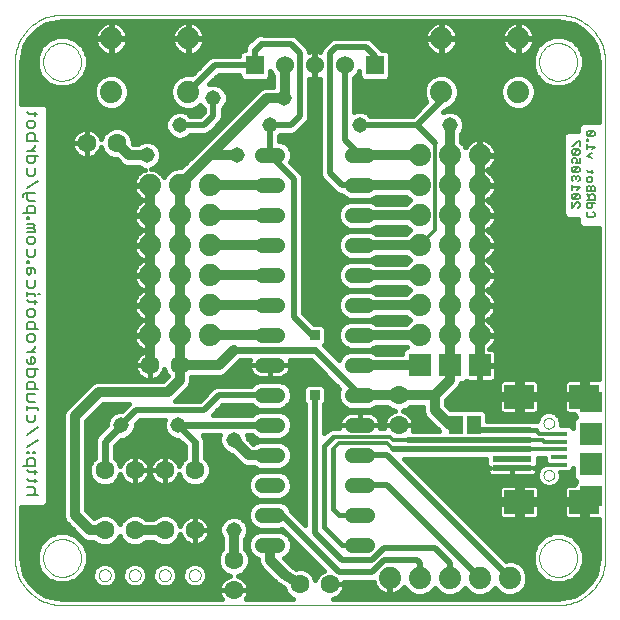
<source format=gbl>
G75*
G70*
%OFA0B0*%
%FSLAX24Y24*%
%IPPOS*%
%LPD*%
%AMOC8*
5,1,8,0,0,1.08239X$1,22.5*
%
%ADD10C,0.0070*%
%ADD11C,0.0060*%
%ADD12C,0.0000*%
%ADD13R,0.0984X0.0787*%
%ADD14R,0.1299X0.0197*%
%ADD15C,0.0740*%
%ADD16R,0.0740X0.0740*%
%ADD17C,0.0630*%
%ADD18R,0.0600X0.0600*%
%ADD19C,0.0600*%
%ADD20C,0.0515*%
%ADD21C,0.0515*%
%ADD22R,0.0551X0.0138*%
%ADD23R,0.0748X0.0709*%
%ADD24R,0.0748X0.0748*%
%ADD25R,0.0460X0.0630*%
%ADD26C,0.0140*%
%ADD27C,0.0100*%
%ADD28C,0.0160*%
%ADD29C,0.0120*%
%ADD30C,0.0200*%
%ADD31C,0.0320*%
%ADD32R,0.0356X0.0356*%
%ADD33R,0.0317X0.0317*%
%ADD34C,0.0240*%
D10*
X003001Y007094D02*
X003381Y007094D01*
X003254Y007157D02*
X003254Y007284D01*
X003191Y007347D01*
X003001Y007347D01*
X003064Y007571D02*
X003001Y007635D01*
X003064Y007571D02*
X003318Y007571D01*
X003254Y007508D02*
X003254Y007635D01*
X003254Y007784D02*
X003254Y007911D01*
X003318Y007848D02*
X003064Y007848D01*
X003001Y007911D01*
X003001Y008060D02*
X003001Y008251D01*
X003064Y008314D01*
X003191Y008314D01*
X003254Y008251D01*
X003254Y008060D01*
X002874Y008060D01*
X003001Y008475D02*
X003064Y008475D01*
X003064Y008538D01*
X003001Y008538D01*
X003001Y008475D01*
X003191Y008475D02*
X003254Y008475D01*
X003254Y008538D01*
X003191Y008538D01*
X003191Y008475D01*
X003001Y008682D02*
X003381Y008936D01*
X003001Y009096D02*
X003381Y009350D01*
X003191Y009511D02*
X003064Y009511D01*
X003001Y009574D01*
X003001Y009764D01*
X003001Y009925D02*
X003001Y010052D01*
X003001Y009988D02*
X003381Y009988D01*
X003381Y009925D01*
X003254Y009764D02*
X003254Y009574D01*
X003191Y009511D01*
X003254Y010201D02*
X003064Y010201D01*
X003001Y010265D01*
X003001Y010455D01*
X003254Y010455D01*
X003254Y010616D02*
X003254Y010806D01*
X003191Y010869D01*
X003064Y010869D01*
X003001Y010806D01*
X003001Y010616D01*
X003381Y010616D01*
X003191Y011030D02*
X003254Y011093D01*
X003254Y011284D01*
X003381Y011284D02*
X003001Y011284D01*
X003001Y011093D01*
X003064Y011030D01*
X003191Y011030D01*
X003191Y011444D02*
X003254Y011508D01*
X003254Y011634D01*
X003191Y011698D01*
X003128Y011698D01*
X003128Y011444D01*
X003191Y011444D02*
X003064Y011444D01*
X003001Y011508D01*
X003001Y011634D01*
X003001Y011859D02*
X003254Y011859D01*
X003128Y011859D02*
X003254Y011985D01*
X003254Y012049D01*
X003191Y012204D02*
X003064Y012204D01*
X003001Y012267D01*
X003001Y012394D01*
X003064Y012458D01*
X003191Y012458D01*
X003254Y012394D01*
X003254Y012267D01*
X003191Y012204D01*
X003254Y012618D02*
X003254Y012808D01*
X003191Y012872D01*
X003064Y012872D01*
X003001Y012808D01*
X003001Y012618D01*
X003381Y012618D01*
X003191Y013033D02*
X003064Y013033D01*
X003001Y013096D01*
X003001Y013223D01*
X003064Y013286D01*
X003191Y013286D01*
X003254Y013223D01*
X003254Y013096D01*
X003191Y013033D01*
X003254Y013447D02*
X003254Y013574D01*
X003318Y013510D02*
X003064Y013510D01*
X003001Y013574D01*
X003001Y013723D02*
X003001Y013850D01*
X003001Y013787D02*
X003254Y013787D01*
X003254Y013723D01*
X003381Y013787D02*
X003445Y013787D01*
X003191Y013999D02*
X003064Y013999D01*
X003001Y014063D01*
X003001Y014253D01*
X003064Y014414D02*
X003128Y014477D01*
X003128Y014667D01*
X003191Y014667D02*
X003001Y014667D01*
X003001Y014477D01*
X003064Y014414D01*
X003254Y014477D02*
X003254Y014604D01*
X003191Y014667D01*
X003064Y014828D02*
X003064Y014892D01*
X003001Y014892D01*
X003001Y014828D01*
X003064Y014828D01*
X003064Y015035D02*
X003001Y015099D01*
X003001Y015289D01*
X003064Y015450D02*
X003001Y015513D01*
X003001Y015640D01*
X003064Y015703D01*
X003191Y015703D01*
X003254Y015640D01*
X003254Y015513D01*
X003191Y015450D01*
X003064Y015450D01*
X003254Y015289D02*
X003254Y015099D01*
X003191Y015035D01*
X003064Y015035D01*
X003254Y014253D02*
X003254Y014063D01*
X003191Y013999D01*
X003254Y015864D02*
X003001Y015864D01*
X003001Y015991D02*
X003191Y015991D01*
X003254Y016054D01*
X003191Y016118D01*
X003001Y016118D01*
X003001Y016278D02*
X003001Y016342D01*
X003064Y016342D01*
X003064Y016278D01*
X003001Y016278D01*
X003001Y016486D02*
X003001Y016676D01*
X003064Y016739D01*
X003191Y016739D01*
X003254Y016676D01*
X003254Y016486D01*
X002874Y016486D01*
X003064Y016900D02*
X003001Y016963D01*
X003001Y017154D01*
X002937Y017154D02*
X002874Y017090D01*
X002874Y017027D01*
X002937Y017154D02*
X003254Y017154D01*
X003254Y016900D02*
X003064Y016900D01*
X003001Y017314D02*
X003381Y017568D01*
X003191Y017729D02*
X003064Y017729D01*
X003001Y017792D01*
X003001Y017982D01*
X003064Y018143D02*
X003191Y018143D01*
X003254Y018206D01*
X003254Y018397D01*
X003381Y018397D02*
X003001Y018397D01*
X003001Y018206D01*
X003064Y018143D01*
X003254Y017982D02*
X003254Y017792D01*
X003191Y017729D01*
X003254Y018557D02*
X003001Y018557D01*
X003128Y018557D02*
X003254Y018684D01*
X003254Y018748D01*
X003254Y018903D02*
X003254Y019093D01*
X003191Y019156D01*
X003064Y019156D01*
X003001Y019093D01*
X003001Y018903D01*
X003381Y018903D01*
X003191Y019317D02*
X003064Y019317D01*
X003001Y019380D01*
X003001Y019507D01*
X003064Y019571D01*
X003191Y019571D01*
X003254Y019507D01*
X003254Y019380D01*
X003191Y019317D01*
X003254Y019731D02*
X003254Y019858D01*
X003318Y019795D02*
X003064Y019795D01*
X003001Y019858D01*
X003191Y015991D02*
X003254Y015927D01*
X003254Y015864D01*
X003254Y007157D02*
X003191Y007094D01*
D11*
X021161Y016667D02*
X021334Y016840D01*
X021378Y016840D01*
X021421Y016797D01*
X021421Y016710D01*
X021378Y016667D01*
X021161Y016667D02*
X021161Y016840D01*
X021204Y016962D02*
X021161Y017005D01*
X021161Y017092D01*
X021204Y017135D01*
X021378Y017135D01*
X021204Y016962D01*
X021378Y016962D01*
X021421Y017005D01*
X021421Y017092D01*
X021378Y017135D01*
X021334Y017256D02*
X021421Y017343D01*
X021161Y017343D01*
X021161Y017256D02*
X021161Y017430D01*
X021204Y017551D02*
X021161Y017594D01*
X021161Y017681D01*
X021204Y017724D01*
X021248Y017724D01*
X021291Y017681D01*
X021291Y017638D01*
X021291Y017681D02*
X021334Y017724D01*
X021378Y017724D01*
X021421Y017681D01*
X021421Y017594D01*
X021378Y017551D01*
X021661Y017570D02*
X021704Y017526D01*
X021791Y017526D01*
X021834Y017570D01*
X021834Y017657D01*
X021791Y017700D01*
X021704Y017700D01*
X021661Y017657D01*
X021661Y017570D01*
X021704Y017405D02*
X021661Y017362D01*
X021661Y017232D01*
X021921Y017232D01*
X021921Y017362D01*
X021878Y017405D01*
X021834Y017405D01*
X021791Y017362D01*
X021791Y017232D01*
X021791Y017111D02*
X021748Y017067D01*
X021748Y016937D01*
X021748Y017024D02*
X021661Y017111D01*
X021791Y017111D02*
X021878Y017111D01*
X021921Y017067D01*
X021921Y016937D01*
X021661Y016937D01*
X021661Y016816D02*
X021661Y016686D01*
X021704Y016642D01*
X021791Y016642D01*
X021834Y016686D01*
X021834Y016816D01*
X021921Y016816D02*
X021661Y016816D01*
X021704Y016521D02*
X021661Y016478D01*
X021661Y016391D01*
X021704Y016348D01*
X021878Y016348D01*
X021921Y016391D01*
X021921Y016478D01*
X021878Y016521D01*
X021791Y017362D02*
X021748Y017405D01*
X021704Y017405D01*
X021834Y017821D02*
X021834Y017908D01*
X021878Y017864D02*
X021704Y017864D01*
X021661Y017908D01*
X021421Y017889D02*
X021421Y017976D01*
X021378Y018019D01*
X021204Y017846D01*
X021161Y017889D01*
X021161Y017976D01*
X021204Y018019D01*
X021378Y018019D01*
X021421Y018140D02*
X021291Y018140D01*
X021334Y018227D01*
X021334Y018270D01*
X021291Y018314D01*
X021204Y018314D01*
X021161Y018270D01*
X021161Y018184D01*
X021204Y018140D01*
X021421Y018140D02*
X021421Y018314D01*
X021378Y018435D02*
X021421Y018478D01*
X021421Y018565D01*
X021378Y018608D01*
X021204Y018435D01*
X021161Y018478D01*
X021161Y018565D01*
X021204Y018608D01*
X021378Y018608D01*
X021421Y018730D02*
X021421Y018903D01*
X021378Y018903D01*
X021204Y018730D01*
X021161Y018730D01*
X021204Y018435D02*
X021378Y018435D01*
X021661Y018399D02*
X021834Y018486D01*
X021834Y018607D02*
X021921Y018694D01*
X021661Y018694D01*
X021661Y018780D02*
X021661Y018607D01*
X021661Y018399D02*
X021834Y018312D01*
X021421Y017889D02*
X021378Y017846D01*
X021204Y017846D01*
X021661Y018901D02*
X021661Y018945D01*
X021704Y018945D01*
X021704Y018901D01*
X021661Y018901D01*
X021704Y019049D02*
X021661Y019092D01*
X021661Y019179D01*
X021704Y019222D01*
X021878Y019222D01*
X021704Y019049D01*
X021878Y019049D01*
X021921Y019092D01*
X021921Y019179D01*
X021878Y019222D01*
D12*
X022276Y021526D02*
X022276Y004990D01*
X020071Y004990D02*
X020073Y005040D01*
X020079Y005090D01*
X020089Y005139D01*
X020103Y005187D01*
X020120Y005234D01*
X020141Y005279D01*
X020166Y005323D01*
X020194Y005364D01*
X020226Y005403D01*
X020260Y005440D01*
X020297Y005474D01*
X020337Y005504D01*
X020379Y005531D01*
X020423Y005555D01*
X020469Y005576D01*
X020516Y005592D01*
X020564Y005605D01*
X020614Y005614D01*
X020663Y005619D01*
X020714Y005620D01*
X020764Y005617D01*
X020813Y005610D01*
X020862Y005599D01*
X020910Y005584D01*
X020956Y005566D01*
X021001Y005544D01*
X021044Y005518D01*
X021085Y005489D01*
X021124Y005457D01*
X021160Y005422D01*
X021192Y005384D01*
X021222Y005344D01*
X021249Y005301D01*
X021272Y005257D01*
X021291Y005211D01*
X021307Y005163D01*
X021319Y005114D01*
X021327Y005065D01*
X021331Y005015D01*
X021331Y004965D01*
X021327Y004915D01*
X021319Y004866D01*
X021307Y004817D01*
X021291Y004769D01*
X021272Y004723D01*
X021249Y004679D01*
X021222Y004636D01*
X021192Y004596D01*
X021160Y004558D01*
X021124Y004523D01*
X021085Y004491D01*
X021044Y004462D01*
X021001Y004436D01*
X020956Y004414D01*
X020910Y004396D01*
X020862Y004381D01*
X020813Y004370D01*
X020764Y004363D01*
X020714Y004360D01*
X020663Y004361D01*
X020614Y004366D01*
X020564Y004375D01*
X020516Y004388D01*
X020469Y004404D01*
X020423Y004425D01*
X020379Y004449D01*
X020337Y004476D01*
X020297Y004506D01*
X020260Y004540D01*
X020226Y004577D01*
X020194Y004616D01*
X020166Y004657D01*
X020141Y004701D01*
X020120Y004746D01*
X020103Y004793D01*
X020089Y004841D01*
X020079Y004890D01*
X020073Y004940D01*
X020071Y004990D01*
X020701Y003415D02*
X020778Y003417D01*
X020855Y003423D01*
X020932Y003432D01*
X021008Y003445D01*
X021084Y003462D01*
X021158Y003483D01*
X021232Y003507D01*
X021304Y003535D01*
X021374Y003566D01*
X021443Y003601D01*
X021511Y003639D01*
X021576Y003680D01*
X021639Y003725D01*
X021700Y003773D01*
X021759Y003823D01*
X021815Y003876D01*
X021868Y003932D01*
X021918Y003991D01*
X021966Y004052D01*
X022011Y004115D01*
X022052Y004180D01*
X022090Y004248D01*
X022125Y004317D01*
X022156Y004387D01*
X022184Y004459D01*
X022208Y004533D01*
X022229Y004607D01*
X022246Y004683D01*
X022259Y004759D01*
X022268Y004836D01*
X022274Y004913D01*
X022276Y004990D01*
X020701Y003416D02*
X004166Y003416D01*
X003536Y004990D02*
X003538Y005040D01*
X003544Y005090D01*
X003554Y005139D01*
X003568Y005187D01*
X003585Y005234D01*
X003606Y005279D01*
X003631Y005323D01*
X003659Y005364D01*
X003691Y005403D01*
X003725Y005440D01*
X003762Y005474D01*
X003802Y005504D01*
X003844Y005531D01*
X003888Y005555D01*
X003934Y005576D01*
X003981Y005592D01*
X004029Y005605D01*
X004079Y005614D01*
X004128Y005619D01*
X004179Y005620D01*
X004229Y005617D01*
X004278Y005610D01*
X004327Y005599D01*
X004375Y005584D01*
X004421Y005566D01*
X004466Y005544D01*
X004509Y005518D01*
X004550Y005489D01*
X004589Y005457D01*
X004625Y005422D01*
X004657Y005384D01*
X004687Y005344D01*
X004714Y005301D01*
X004737Y005257D01*
X004756Y005211D01*
X004772Y005163D01*
X004784Y005114D01*
X004792Y005065D01*
X004796Y005015D01*
X004796Y004965D01*
X004792Y004915D01*
X004784Y004866D01*
X004772Y004817D01*
X004756Y004769D01*
X004737Y004723D01*
X004714Y004679D01*
X004687Y004636D01*
X004657Y004596D01*
X004625Y004558D01*
X004589Y004523D01*
X004550Y004491D01*
X004509Y004462D01*
X004466Y004436D01*
X004421Y004414D01*
X004375Y004396D01*
X004327Y004381D01*
X004278Y004370D01*
X004229Y004363D01*
X004179Y004360D01*
X004128Y004361D01*
X004079Y004366D01*
X004029Y004375D01*
X003981Y004388D01*
X003934Y004404D01*
X003888Y004425D01*
X003844Y004449D01*
X003802Y004476D01*
X003762Y004506D01*
X003725Y004540D01*
X003691Y004577D01*
X003659Y004616D01*
X003631Y004657D01*
X003606Y004701D01*
X003585Y004746D01*
X003568Y004793D01*
X003554Y004841D01*
X003544Y004890D01*
X003538Y004940D01*
X003536Y004990D01*
X002591Y004990D02*
X002593Y004913D01*
X002599Y004836D01*
X002608Y004759D01*
X002621Y004683D01*
X002638Y004607D01*
X002659Y004533D01*
X002683Y004459D01*
X002711Y004387D01*
X002742Y004317D01*
X002777Y004248D01*
X002815Y004180D01*
X002856Y004115D01*
X002901Y004052D01*
X002949Y003991D01*
X002999Y003932D01*
X003052Y003876D01*
X003108Y003823D01*
X003167Y003773D01*
X003228Y003725D01*
X003291Y003680D01*
X003356Y003639D01*
X003424Y003601D01*
X003493Y003566D01*
X003563Y003535D01*
X003635Y003507D01*
X003709Y003483D01*
X003783Y003462D01*
X003859Y003445D01*
X003935Y003432D01*
X004012Y003423D01*
X004089Y003417D01*
X004166Y003415D01*
X005394Y004416D02*
X005396Y004443D01*
X005402Y004470D01*
X005411Y004496D01*
X005424Y004520D01*
X005440Y004543D01*
X005459Y004562D01*
X005481Y004579D01*
X005505Y004593D01*
X005530Y004603D01*
X005557Y004610D01*
X005584Y004613D01*
X005612Y004612D01*
X005639Y004607D01*
X005665Y004599D01*
X005689Y004587D01*
X005712Y004571D01*
X005733Y004553D01*
X005750Y004532D01*
X005765Y004508D01*
X005776Y004483D01*
X005784Y004457D01*
X005788Y004430D01*
X005788Y004402D01*
X005784Y004375D01*
X005776Y004349D01*
X005765Y004324D01*
X005750Y004300D01*
X005733Y004279D01*
X005712Y004261D01*
X005690Y004245D01*
X005665Y004233D01*
X005639Y004225D01*
X005612Y004220D01*
X005584Y004219D01*
X005557Y004222D01*
X005530Y004229D01*
X005505Y004239D01*
X005481Y004253D01*
X005459Y004270D01*
X005440Y004289D01*
X005424Y004312D01*
X005411Y004336D01*
X005402Y004362D01*
X005396Y004389D01*
X005394Y004416D01*
X006394Y004416D02*
X006396Y004443D01*
X006402Y004470D01*
X006411Y004496D01*
X006424Y004520D01*
X006440Y004543D01*
X006459Y004562D01*
X006481Y004579D01*
X006505Y004593D01*
X006530Y004603D01*
X006557Y004610D01*
X006584Y004613D01*
X006612Y004612D01*
X006639Y004607D01*
X006665Y004599D01*
X006689Y004587D01*
X006712Y004571D01*
X006733Y004553D01*
X006750Y004532D01*
X006765Y004508D01*
X006776Y004483D01*
X006784Y004457D01*
X006788Y004430D01*
X006788Y004402D01*
X006784Y004375D01*
X006776Y004349D01*
X006765Y004324D01*
X006750Y004300D01*
X006733Y004279D01*
X006712Y004261D01*
X006690Y004245D01*
X006665Y004233D01*
X006639Y004225D01*
X006612Y004220D01*
X006584Y004219D01*
X006557Y004222D01*
X006530Y004229D01*
X006505Y004239D01*
X006481Y004253D01*
X006459Y004270D01*
X006440Y004289D01*
X006424Y004312D01*
X006411Y004336D01*
X006402Y004362D01*
X006396Y004389D01*
X006394Y004416D01*
X007394Y004416D02*
X007396Y004443D01*
X007402Y004470D01*
X007411Y004496D01*
X007424Y004520D01*
X007440Y004543D01*
X007459Y004562D01*
X007481Y004579D01*
X007505Y004593D01*
X007530Y004603D01*
X007557Y004610D01*
X007584Y004613D01*
X007612Y004612D01*
X007639Y004607D01*
X007665Y004599D01*
X007689Y004587D01*
X007712Y004571D01*
X007733Y004553D01*
X007750Y004532D01*
X007765Y004508D01*
X007776Y004483D01*
X007784Y004457D01*
X007788Y004430D01*
X007788Y004402D01*
X007784Y004375D01*
X007776Y004349D01*
X007765Y004324D01*
X007750Y004300D01*
X007733Y004279D01*
X007712Y004261D01*
X007690Y004245D01*
X007665Y004233D01*
X007639Y004225D01*
X007612Y004220D01*
X007584Y004219D01*
X007557Y004222D01*
X007530Y004229D01*
X007505Y004239D01*
X007481Y004253D01*
X007459Y004270D01*
X007440Y004289D01*
X007424Y004312D01*
X007411Y004336D01*
X007402Y004362D01*
X007396Y004389D01*
X007394Y004416D01*
X008394Y004416D02*
X008396Y004443D01*
X008402Y004470D01*
X008411Y004496D01*
X008424Y004520D01*
X008440Y004543D01*
X008459Y004562D01*
X008481Y004579D01*
X008505Y004593D01*
X008530Y004603D01*
X008557Y004610D01*
X008584Y004613D01*
X008612Y004612D01*
X008639Y004607D01*
X008665Y004599D01*
X008689Y004587D01*
X008712Y004571D01*
X008733Y004553D01*
X008750Y004532D01*
X008765Y004508D01*
X008776Y004483D01*
X008784Y004457D01*
X008788Y004430D01*
X008788Y004402D01*
X008784Y004375D01*
X008776Y004349D01*
X008765Y004324D01*
X008750Y004300D01*
X008733Y004279D01*
X008712Y004261D01*
X008690Y004245D01*
X008665Y004233D01*
X008639Y004225D01*
X008612Y004220D01*
X008584Y004219D01*
X008557Y004222D01*
X008530Y004229D01*
X008505Y004239D01*
X008481Y004253D01*
X008459Y004270D01*
X008440Y004289D01*
X008424Y004312D01*
X008411Y004336D01*
X008402Y004362D01*
X008396Y004389D01*
X008394Y004416D01*
X002591Y004990D02*
X002591Y021526D01*
X003536Y021526D02*
X003538Y021576D01*
X003544Y021626D01*
X003554Y021675D01*
X003568Y021723D01*
X003585Y021770D01*
X003606Y021815D01*
X003631Y021859D01*
X003659Y021900D01*
X003691Y021939D01*
X003725Y021976D01*
X003762Y022010D01*
X003802Y022040D01*
X003844Y022067D01*
X003888Y022091D01*
X003934Y022112D01*
X003981Y022128D01*
X004029Y022141D01*
X004079Y022150D01*
X004128Y022155D01*
X004179Y022156D01*
X004229Y022153D01*
X004278Y022146D01*
X004327Y022135D01*
X004375Y022120D01*
X004421Y022102D01*
X004466Y022080D01*
X004509Y022054D01*
X004550Y022025D01*
X004589Y021993D01*
X004625Y021958D01*
X004657Y021920D01*
X004687Y021880D01*
X004714Y021837D01*
X004737Y021793D01*
X004756Y021747D01*
X004772Y021699D01*
X004784Y021650D01*
X004792Y021601D01*
X004796Y021551D01*
X004796Y021501D01*
X004792Y021451D01*
X004784Y021402D01*
X004772Y021353D01*
X004756Y021305D01*
X004737Y021259D01*
X004714Y021215D01*
X004687Y021172D01*
X004657Y021132D01*
X004625Y021094D01*
X004589Y021059D01*
X004550Y021027D01*
X004509Y020998D01*
X004466Y020972D01*
X004421Y020950D01*
X004375Y020932D01*
X004327Y020917D01*
X004278Y020906D01*
X004229Y020899D01*
X004179Y020896D01*
X004128Y020897D01*
X004079Y020902D01*
X004029Y020911D01*
X003981Y020924D01*
X003934Y020940D01*
X003888Y020961D01*
X003844Y020985D01*
X003802Y021012D01*
X003762Y021042D01*
X003725Y021076D01*
X003691Y021113D01*
X003659Y021152D01*
X003631Y021193D01*
X003606Y021237D01*
X003585Y021282D01*
X003568Y021329D01*
X003554Y021377D01*
X003544Y021426D01*
X003538Y021476D01*
X003536Y021526D01*
X002591Y021526D02*
X002593Y021603D01*
X002599Y021680D01*
X002608Y021757D01*
X002621Y021833D01*
X002638Y021909D01*
X002659Y021983D01*
X002683Y022057D01*
X002711Y022129D01*
X002742Y022199D01*
X002777Y022268D01*
X002815Y022336D01*
X002856Y022401D01*
X002901Y022464D01*
X002949Y022525D01*
X002999Y022584D01*
X003052Y022640D01*
X003108Y022693D01*
X003167Y022743D01*
X003228Y022791D01*
X003291Y022836D01*
X003356Y022877D01*
X003424Y022915D01*
X003493Y022950D01*
X003563Y022981D01*
X003635Y023009D01*
X003709Y023033D01*
X003783Y023054D01*
X003859Y023071D01*
X003935Y023084D01*
X004012Y023093D01*
X004089Y023099D01*
X004166Y023101D01*
X020701Y023101D01*
X020071Y021526D02*
X020073Y021576D01*
X020079Y021626D01*
X020089Y021675D01*
X020103Y021723D01*
X020120Y021770D01*
X020141Y021815D01*
X020166Y021859D01*
X020194Y021900D01*
X020226Y021939D01*
X020260Y021976D01*
X020297Y022010D01*
X020337Y022040D01*
X020379Y022067D01*
X020423Y022091D01*
X020469Y022112D01*
X020516Y022128D01*
X020564Y022141D01*
X020614Y022150D01*
X020663Y022155D01*
X020714Y022156D01*
X020764Y022153D01*
X020813Y022146D01*
X020862Y022135D01*
X020910Y022120D01*
X020956Y022102D01*
X021001Y022080D01*
X021044Y022054D01*
X021085Y022025D01*
X021124Y021993D01*
X021160Y021958D01*
X021192Y021920D01*
X021222Y021880D01*
X021249Y021837D01*
X021272Y021793D01*
X021291Y021747D01*
X021307Y021699D01*
X021319Y021650D01*
X021327Y021601D01*
X021331Y021551D01*
X021331Y021501D01*
X021327Y021451D01*
X021319Y021402D01*
X021307Y021353D01*
X021291Y021305D01*
X021272Y021259D01*
X021249Y021215D01*
X021222Y021172D01*
X021192Y021132D01*
X021160Y021094D01*
X021124Y021059D01*
X021085Y021027D01*
X021044Y020998D01*
X021001Y020972D01*
X020956Y020950D01*
X020910Y020932D01*
X020862Y020917D01*
X020813Y020906D01*
X020764Y020899D01*
X020714Y020896D01*
X020663Y020897D01*
X020614Y020902D01*
X020564Y020911D01*
X020516Y020924D01*
X020469Y020940D01*
X020423Y020961D01*
X020379Y020985D01*
X020337Y021012D01*
X020297Y021042D01*
X020260Y021076D01*
X020226Y021113D01*
X020194Y021152D01*
X020166Y021193D01*
X020141Y021237D01*
X020120Y021282D01*
X020103Y021329D01*
X020089Y021377D01*
X020079Y021426D01*
X020073Y021476D01*
X020071Y021526D01*
X020701Y023101D02*
X020778Y023099D01*
X020855Y023093D01*
X020932Y023084D01*
X021008Y023071D01*
X021084Y023054D01*
X021158Y023033D01*
X021232Y023009D01*
X021304Y022981D01*
X021374Y022950D01*
X021443Y022915D01*
X021511Y022877D01*
X021576Y022836D01*
X021639Y022791D01*
X021700Y022743D01*
X021759Y022693D01*
X021815Y022640D01*
X021868Y022584D01*
X021918Y022525D01*
X021966Y022464D01*
X022011Y022401D01*
X022052Y022336D01*
X022090Y022268D01*
X022125Y022199D01*
X022156Y022129D01*
X022184Y022057D01*
X022208Y021983D01*
X022229Y021909D01*
X022246Y021833D01*
X022259Y021757D01*
X022268Y021680D01*
X022274Y021603D01*
X022276Y021526D01*
X020214Y009482D02*
X020216Y009508D01*
X020222Y009534D01*
X020232Y009559D01*
X020245Y009582D01*
X020261Y009602D01*
X020281Y009620D01*
X020303Y009635D01*
X020326Y009647D01*
X020352Y009655D01*
X020378Y009659D01*
X020404Y009659D01*
X020430Y009655D01*
X020456Y009647D01*
X020480Y009635D01*
X020501Y009620D01*
X020521Y009602D01*
X020537Y009582D01*
X020550Y009559D01*
X020560Y009534D01*
X020566Y009508D01*
X020568Y009482D01*
X020566Y009456D01*
X020560Y009430D01*
X020550Y009405D01*
X020537Y009382D01*
X020521Y009362D01*
X020501Y009344D01*
X020479Y009329D01*
X020456Y009317D01*
X020430Y009309D01*
X020404Y009305D01*
X020378Y009305D01*
X020352Y009309D01*
X020326Y009317D01*
X020302Y009329D01*
X020281Y009344D01*
X020261Y009362D01*
X020245Y009382D01*
X020232Y009405D01*
X020222Y009430D01*
X020216Y009456D01*
X020214Y009482D01*
X020214Y007749D02*
X020216Y007775D01*
X020222Y007801D01*
X020232Y007826D01*
X020245Y007849D01*
X020261Y007869D01*
X020281Y007887D01*
X020303Y007902D01*
X020326Y007914D01*
X020352Y007922D01*
X020378Y007926D01*
X020404Y007926D01*
X020430Y007922D01*
X020456Y007914D01*
X020480Y007902D01*
X020501Y007887D01*
X020521Y007869D01*
X020537Y007849D01*
X020550Y007826D01*
X020560Y007801D01*
X020566Y007775D01*
X020568Y007749D01*
X020566Y007723D01*
X020560Y007697D01*
X020550Y007672D01*
X020537Y007649D01*
X020521Y007629D01*
X020501Y007611D01*
X020479Y007596D01*
X020456Y007584D01*
X020430Y007576D01*
X020404Y007572D01*
X020378Y007572D01*
X020352Y007576D01*
X020326Y007584D01*
X020302Y007596D01*
X020281Y007611D01*
X020261Y007629D01*
X020245Y007649D01*
X020232Y007672D01*
X020222Y007697D01*
X020216Y007723D01*
X020214Y007749D01*
D13*
X019407Y006864D03*
X021572Y006864D03*
X021572Y010368D03*
X019407Y010368D03*
D14*
X019170Y009246D03*
X019170Y008931D03*
X019170Y008616D03*
X019170Y008301D03*
X019170Y007986D03*
D15*
X019091Y004316D03*
X018091Y004316D03*
X017091Y004316D03*
X016091Y004316D03*
X015091Y004316D03*
X016091Y012416D03*
X016091Y013416D03*
X016091Y014416D03*
X016091Y015416D03*
X016091Y016416D03*
X016091Y017416D03*
X016091Y018416D03*
X017091Y018416D03*
X018091Y018416D03*
X018091Y017416D03*
X017091Y017416D03*
X017091Y016416D03*
X017091Y015416D03*
X018091Y015416D03*
X018091Y016416D03*
X018091Y014416D03*
X017091Y014416D03*
X017091Y013416D03*
X018091Y013416D03*
X018091Y012416D03*
X017091Y012416D03*
X016811Y020526D03*
X016811Y022306D03*
X019371Y022306D03*
X019371Y020526D03*
X009091Y017416D03*
X008091Y017416D03*
X007091Y017416D03*
X007091Y016416D03*
X007091Y015416D03*
X008091Y015416D03*
X008091Y016416D03*
X009091Y016416D03*
X009091Y015416D03*
X009091Y014416D03*
X008091Y014416D03*
X007091Y014416D03*
X007091Y013416D03*
X008091Y013416D03*
X009091Y013416D03*
X009091Y012416D03*
X008091Y012416D03*
X007091Y012416D03*
X008371Y020526D03*
X008371Y022306D03*
X005811Y022306D03*
X005811Y020526D03*
D16*
X016091Y011416D03*
X017091Y011416D03*
X018091Y011416D03*
D17*
X015391Y010416D03*
X015391Y009416D03*
X013091Y004116D03*
X012091Y004116D03*
X009891Y003916D03*
X009891Y004916D03*
X008591Y005916D03*
X007591Y005916D03*
X006591Y005916D03*
X005591Y005916D03*
X005591Y007916D03*
X006591Y007916D03*
X007591Y007916D03*
X008591Y007916D03*
X008091Y011416D03*
X007091Y011416D03*
X005991Y018816D03*
X004991Y018816D03*
D18*
X010591Y021416D03*
X014591Y021416D03*
D19*
X013591Y021416D03*
X012591Y021416D03*
X011591Y021416D03*
D20*
X011348Y018416D02*
X010833Y018416D01*
X010833Y017416D02*
X011348Y017416D01*
X011348Y016416D02*
X010833Y016416D01*
X010833Y015416D02*
X011348Y015416D01*
X011348Y014416D02*
X010833Y014416D01*
X010833Y013416D02*
X011348Y013416D01*
X011348Y012416D02*
X010833Y012416D01*
X010833Y011416D02*
X011348Y011416D01*
X011348Y010416D02*
X010833Y010416D01*
X010833Y009416D02*
X011348Y009416D01*
X011348Y008416D02*
X010833Y008416D01*
X010833Y007416D02*
X011348Y007416D01*
X011348Y006416D02*
X010833Y006416D01*
X010833Y005416D02*
X011348Y005416D01*
X013833Y005416D02*
X014348Y005416D01*
X014348Y006416D02*
X013833Y006416D01*
X013833Y007416D02*
X014348Y007416D01*
X014348Y008416D02*
X013833Y008416D01*
X013833Y009416D02*
X014348Y009416D01*
X014348Y010416D02*
X013833Y010416D01*
X013833Y011416D02*
X014348Y011416D01*
X014348Y012416D02*
X013833Y012416D01*
X013833Y013416D02*
X014348Y013416D01*
X014348Y014416D02*
X013833Y014416D01*
X013833Y015416D02*
X014348Y015416D01*
X014348Y016416D02*
X013833Y016416D01*
X013833Y017416D02*
X014348Y017416D01*
X014348Y018416D02*
X013833Y018416D01*
D21*
X014091Y019416D03*
X011572Y020316D03*
X011091Y019416D03*
X009991Y018416D03*
X009210Y020316D03*
X008091Y019416D03*
X006991Y018416D03*
X006141Y009416D03*
X008041Y009416D03*
X009891Y008916D03*
X009891Y005916D03*
X017091Y019416D03*
D22*
X020748Y009127D03*
X020748Y008872D03*
X020748Y008616D03*
X020748Y008360D03*
X020748Y008104D03*
D23*
X021791Y007041D03*
X021791Y010190D03*
D24*
X021791Y009116D03*
X021791Y008116D03*
D25*
X017891Y009416D03*
X017291Y009416D03*
D26*
X019170Y008616D02*
X020748Y008616D01*
X020748Y008872D02*
X020235Y008872D01*
X020191Y008916D01*
X019385Y008916D01*
X019961Y009246D02*
X020079Y009127D01*
X020748Y009127D01*
X020748Y008104D02*
X020179Y008104D01*
X020061Y007986D01*
X019170Y007986D01*
X015191Y008616D02*
X014991Y008816D01*
X013391Y008816D01*
X013191Y008616D01*
X013191Y009016D02*
X015091Y009016D01*
X016091Y015416D02*
X016591Y015916D01*
X016591Y018816D01*
D27*
X021572Y010368D02*
X021772Y010272D01*
X021791Y010190D01*
X019385Y008916D02*
X019170Y008931D01*
D28*
X003647Y003739D02*
X003341Y003916D01*
X003091Y004166D01*
X002914Y004472D01*
X002822Y004814D01*
X002811Y004990D01*
X002811Y006696D01*
X003582Y006696D01*
X003711Y006824D01*
X003711Y020007D01*
X003582Y020136D01*
X002811Y020136D01*
X002811Y021526D01*
X002822Y021703D01*
X002914Y022044D01*
X003091Y022351D01*
X003341Y022601D01*
X003647Y022778D01*
X003989Y022869D01*
X004166Y022881D01*
X020701Y022881D01*
X020878Y022869D01*
X021220Y022778D01*
X021526Y022601D01*
X021776Y022351D01*
X021953Y022044D01*
X022044Y021703D01*
X022056Y021526D01*
X022056Y019536D01*
X021500Y019536D01*
X021371Y019407D01*
X021371Y019236D01*
X021000Y019236D01*
X020871Y019107D01*
X017471Y019107D01*
X017471Y019120D02*
X017496Y019145D01*
X017568Y019321D01*
X017568Y019511D01*
X017496Y019686D01*
X017361Y019820D01*
X017186Y019893D01*
X016996Y019893D01*
X016868Y019840D01*
X016988Y019960D01*
X017145Y020025D01*
X017311Y020191D01*
X017401Y020408D01*
X017401Y020643D01*
X017311Y020860D01*
X017145Y021026D01*
X016928Y021116D01*
X016693Y021116D01*
X016477Y021026D01*
X016311Y020860D01*
X016221Y020643D01*
X016221Y020408D01*
X016311Y020191D01*
X016312Y020190D01*
X015858Y019736D01*
X014446Y019736D01*
X014361Y019820D01*
X014186Y019893D01*
X013996Y019893D01*
X013911Y019858D01*
X013911Y021000D01*
X014032Y021121D01*
X014071Y021216D01*
X014071Y021024D01*
X014200Y020896D01*
X014982Y020896D01*
X015111Y021024D01*
X015111Y021807D01*
X014982Y021936D01*
X014823Y021936D01*
X014772Y021987D01*
X014472Y022287D01*
X014354Y022336D01*
X013227Y022336D01*
X013110Y022287D01*
X013020Y022197D01*
X012820Y021997D01*
X012771Y021879D01*
X012771Y021862D01*
X012703Y021884D01*
X012629Y021896D01*
X012611Y021896D01*
X012611Y021436D01*
X012571Y021436D01*
X012571Y021896D01*
X012553Y021896D01*
X012478Y021884D01*
X012411Y021862D01*
X012411Y021879D01*
X012362Y021997D01*
X012062Y022297D01*
X011972Y022387D01*
X011854Y022436D01*
X010907Y022436D01*
X010858Y022456D01*
X010723Y022456D01*
X010598Y022404D01*
X010303Y022108D01*
X010251Y021983D01*
X010251Y021936D01*
X010200Y021936D01*
X010071Y021807D01*
X010071Y021736D01*
X009197Y021736D01*
X009080Y021687D01*
X008502Y021110D01*
X008488Y021116D01*
X008253Y021116D01*
X008037Y021026D01*
X007871Y020860D01*
X007781Y020643D01*
X007781Y020408D01*
X007871Y020191D01*
X008037Y020025D01*
X008253Y019936D01*
X008488Y019936D01*
X008705Y020025D01*
X008781Y020102D01*
X008805Y020045D01*
X008890Y019960D01*
X008890Y019867D01*
X008758Y019736D01*
X008446Y019736D01*
X008361Y019820D01*
X008186Y019893D01*
X007996Y019893D01*
X007820Y019820D01*
X007686Y019686D01*
X007613Y019511D01*
X007613Y019321D01*
X007686Y019145D01*
X007820Y019011D01*
X007996Y018938D01*
X008186Y018938D01*
X008361Y019011D01*
X008446Y019096D01*
X008954Y019096D01*
X009072Y019144D01*
X009162Y019234D01*
X009481Y019553D01*
X009530Y019671D01*
X009530Y019960D01*
X009614Y020045D01*
X009687Y020221D01*
X009687Y020411D01*
X009614Y020586D01*
X009480Y020720D01*
X009305Y020793D01*
X009115Y020793D01*
X009074Y020776D01*
X009393Y021096D01*
X010071Y021096D01*
X010071Y021024D01*
X010200Y020896D01*
X010982Y020896D01*
X011111Y021024D01*
X011111Y021216D01*
X011150Y021121D01*
X011211Y021060D01*
X011211Y020696D01*
X010915Y020696D01*
X010776Y020638D01*
X010669Y020531D01*
X008876Y018738D01*
X008876Y018738D01*
X008143Y018006D01*
X007973Y018006D01*
X007757Y017916D01*
X007591Y017750D01*
X007567Y017693D01*
X007561Y017704D01*
X007510Y017774D01*
X007449Y017835D01*
X007379Y017886D01*
X007302Y017925D01*
X007220Y017952D01*
X007147Y017964D01*
X007261Y018011D01*
X007396Y018145D01*
X007468Y018321D01*
X007468Y018511D01*
X007396Y018686D01*
X007261Y018820D01*
X007086Y018893D01*
X006896Y018893D01*
X006720Y018820D01*
X006696Y018796D01*
X006548Y018796D01*
X006526Y018818D01*
X006526Y018922D01*
X006444Y019119D01*
X006294Y019269D01*
X006097Y019351D01*
X005884Y019351D01*
X005688Y019269D01*
X005537Y019119D01*
X005468Y018950D01*
X005450Y019006D01*
X005414Y019075D01*
X005368Y019138D01*
X005313Y019193D01*
X005250Y019239D01*
X005181Y019274D01*
X005107Y019298D01*
X005030Y019311D01*
X004991Y019311D01*
X004991Y018816D01*
X004991Y018816D01*
X004991Y019311D01*
X004952Y019311D01*
X004875Y019298D01*
X004801Y019274D01*
X004731Y019239D01*
X004668Y019193D01*
X004613Y019138D01*
X004567Y019075D01*
X004532Y019006D01*
X004508Y018932D01*
X004496Y018855D01*
X004496Y018816D01*
X004991Y018816D01*
X004991Y018816D01*
X004991Y018321D01*
X005030Y018321D01*
X005107Y018333D01*
X005181Y018357D01*
X005250Y018392D01*
X005313Y018438D01*
X005368Y018493D01*
X005414Y018556D01*
X005450Y018626D01*
X005468Y018681D01*
X005537Y018513D01*
X005688Y018362D01*
X005884Y018281D01*
X005988Y018281D01*
X006176Y018093D01*
X006315Y018036D01*
X006696Y018036D01*
X006720Y018011D01*
X006896Y017938D01*
X006919Y017938D01*
X006880Y017925D01*
X006803Y017886D01*
X006733Y017835D01*
X006671Y017774D01*
X006620Y017704D01*
X006581Y017627D01*
X006554Y017544D01*
X006541Y017459D01*
X006541Y017434D01*
X007072Y017434D01*
X007072Y017397D01*
X006541Y017397D01*
X006541Y017372D01*
X006554Y017287D01*
X006581Y017204D01*
X006620Y017127D01*
X006671Y017057D01*
X006733Y016996D01*
X006803Y016945D01*
X006861Y016916D01*
X006803Y016886D01*
X006733Y016835D01*
X006671Y016774D01*
X006620Y016704D01*
X006581Y016627D01*
X006554Y016544D01*
X006541Y016459D01*
X006541Y016434D01*
X007072Y016434D01*
X007072Y016397D01*
X006541Y016397D01*
X006541Y016372D01*
X006554Y016287D01*
X006581Y016204D01*
X006620Y016127D01*
X006671Y016057D01*
X006733Y015996D01*
X006803Y015945D01*
X006861Y015916D01*
X006803Y015886D01*
X006733Y015835D01*
X006671Y015774D01*
X006620Y015704D01*
X006581Y015627D01*
X006554Y015544D01*
X006541Y015459D01*
X006541Y015434D01*
X007072Y015434D01*
X007072Y015397D01*
X006541Y015397D01*
X006541Y015372D01*
X006554Y015287D01*
X006581Y015204D01*
X006620Y015127D01*
X006671Y015057D01*
X006733Y014996D01*
X006803Y014945D01*
X006861Y014916D01*
X006803Y014886D01*
X006733Y014835D01*
X006671Y014774D01*
X006620Y014704D01*
X006581Y014627D01*
X006554Y014544D01*
X006541Y014459D01*
X006541Y014434D01*
X007072Y014434D01*
X007072Y014397D01*
X006541Y014397D01*
X006541Y014372D01*
X006554Y014287D01*
X006581Y014204D01*
X006620Y014127D01*
X006671Y014057D01*
X006733Y013996D01*
X006803Y013945D01*
X006861Y013916D01*
X006803Y013886D01*
X006733Y013835D01*
X006671Y013774D01*
X006620Y013704D01*
X006581Y013627D01*
X006554Y013544D01*
X006541Y013459D01*
X006541Y013434D01*
X007072Y013434D01*
X007072Y013397D01*
X006541Y013397D01*
X006541Y013372D01*
X006554Y013287D01*
X006581Y013204D01*
X006620Y013127D01*
X006671Y013057D01*
X006733Y012996D01*
X006803Y012945D01*
X006861Y012916D01*
X006803Y012886D01*
X006733Y012835D01*
X006671Y012774D01*
X006620Y012704D01*
X006581Y012627D01*
X006554Y012544D01*
X006541Y012459D01*
X006541Y012434D01*
X007072Y012434D01*
X007072Y012397D01*
X006541Y012397D01*
X006541Y012372D01*
X006554Y012287D01*
X006581Y012204D01*
X006620Y012127D01*
X006671Y012057D01*
X006733Y011996D01*
X006803Y011945D01*
X006880Y011906D01*
X006939Y011887D01*
X006901Y011874D01*
X006831Y011839D01*
X006768Y011793D01*
X006713Y011738D01*
X006667Y011675D01*
X006632Y011606D01*
X006608Y011532D01*
X006596Y011455D01*
X006596Y011416D01*
X007091Y011416D01*
X007091Y011416D01*
X007091Y011911D01*
X007109Y011911D01*
X007109Y012397D01*
X007072Y012397D01*
X007072Y011911D01*
X007091Y011911D01*
X007091Y011416D01*
X007091Y011416D01*
X007091Y010921D01*
X007130Y010921D01*
X007207Y010933D01*
X007281Y010957D01*
X007350Y010992D01*
X007413Y011038D01*
X007468Y011093D01*
X007514Y011156D01*
X007550Y011226D01*
X007568Y011281D01*
X007637Y011113D01*
X007694Y011056D01*
X007533Y010896D01*
X005315Y010896D01*
X005176Y010838D01*
X005069Y010731D01*
X004376Y010038D01*
X004376Y010038D01*
X004269Y009931D01*
X004211Y009791D01*
X004211Y006340D01*
X004269Y006200D01*
X004376Y006093D01*
X004876Y005593D01*
X005015Y005536D01*
X005214Y005536D01*
X005288Y005462D01*
X005484Y005381D01*
X005697Y005381D01*
X005894Y005462D01*
X006044Y005613D01*
X006091Y005725D01*
X006137Y005613D01*
X006288Y005462D01*
X006484Y005381D01*
X006697Y005381D01*
X006894Y005462D01*
X006967Y005536D01*
X007214Y005536D01*
X007288Y005462D01*
X007484Y005381D01*
X007697Y005381D01*
X007894Y005462D01*
X008044Y005613D01*
X008114Y005781D01*
X008132Y005726D01*
X008167Y005656D01*
X008213Y005593D01*
X008268Y005538D01*
X008331Y005492D01*
X008401Y005457D01*
X008475Y005433D01*
X008552Y005421D01*
X008591Y005421D01*
X008630Y005421D01*
X008707Y005433D01*
X008781Y005457D01*
X008850Y005492D01*
X008913Y005538D01*
X008968Y005593D01*
X009014Y005656D01*
X009050Y005726D01*
X009074Y005800D01*
X009086Y005877D01*
X009086Y005916D01*
X009086Y005955D01*
X009074Y006032D01*
X009050Y006106D01*
X009014Y006175D01*
X008968Y006238D01*
X008913Y006293D01*
X008850Y006339D01*
X008781Y006374D01*
X008707Y006398D01*
X008630Y006411D01*
X008591Y006411D01*
X008591Y005916D01*
X008591Y005916D01*
X009086Y005916D01*
X008591Y005916D01*
X008591Y005916D01*
X008591Y006411D01*
X008552Y006411D01*
X008475Y006398D01*
X008401Y006374D01*
X008331Y006339D01*
X008268Y006293D01*
X008213Y006238D01*
X008167Y006175D01*
X008132Y006106D01*
X008114Y006050D01*
X008044Y006219D01*
X007894Y006369D01*
X007697Y006451D01*
X007484Y006451D01*
X007288Y006369D01*
X007214Y006296D01*
X006967Y006296D01*
X006894Y006369D01*
X006697Y006451D01*
X006484Y006451D01*
X006288Y006369D01*
X006137Y006219D01*
X006091Y006106D01*
X006044Y006219D01*
X005894Y006369D01*
X005697Y006451D01*
X005484Y006451D01*
X005288Y006369D01*
X005231Y006313D01*
X004971Y006573D01*
X004971Y009558D01*
X005548Y010136D01*
X006408Y010136D01*
X006166Y009893D01*
X006046Y009893D01*
X005870Y009820D01*
X005736Y009686D01*
X005663Y009511D01*
X005663Y009419D01*
X005303Y009058D01*
X005251Y008933D01*
X005251Y008332D01*
X005137Y008219D01*
X005056Y008022D01*
X005056Y007809D01*
X005137Y007613D01*
X005288Y007462D01*
X005484Y007381D01*
X005697Y007381D01*
X005894Y007462D01*
X006044Y007613D01*
X006114Y007781D01*
X006132Y007726D01*
X006167Y007656D01*
X006213Y007593D01*
X006268Y007538D01*
X006331Y007492D01*
X006401Y007457D01*
X006475Y007433D01*
X006552Y007421D01*
X006591Y007421D01*
X006630Y007421D01*
X006707Y007433D01*
X006781Y007457D01*
X006850Y007492D01*
X006913Y007538D01*
X006968Y007593D01*
X007014Y007656D01*
X007050Y007726D01*
X007074Y007800D01*
X007086Y007877D01*
X007086Y007916D01*
X007086Y007955D01*
X007074Y008032D01*
X007050Y008106D01*
X007014Y008175D01*
X006968Y008238D01*
X006913Y008293D01*
X006850Y008339D01*
X006781Y008374D01*
X006707Y008398D01*
X006630Y008411D01*
X006591Y008411D01*
X006591Y007916D01*
X006591Y007916D01*
X007086Y007916D01*
X006591Y007916D01*
X006591Y007916D01*
X006591Y008411D01*
X006552Y008411D01*
X006475Y008398D01*
X006401Y008374D01*
X006331Y008339D01*
X006268Y008293D01*
X006213Y008238D01*
X006167Y008175D01*
X006132Y008106D01*
X006114Y008050D01*
X006044Y008219D01*
X005931Y008332D01*
X005931Y008725D01*
X006144Y008938D01*
X006236Y008938D01*
X006411Y009011D01*
X006546Y009145D01*
X006618Y009321D01*
X006618Y009441D01*
X006773Y009596D01*
X007599Y009596D01*
X007563Y009511D01*
X007563Y009321D01*
X007636Y009145D01*
X007770Y009011D01*
X007946Y008938D01*
X008037Y008938D01*
X008251Y008725D01*
X008251Y008332D01*
X008137Y008219D01*
X008068Y008050D01*
X008050Y008106D01*
X008014Y008175D01*
X007968Y008238D01*
X007913Y008293D01*
X007850Y008339D01*
X007781Y008374D01*
X007707Y008398D01*
X007630Y008411D01*
X007591Y008411D01*
X007591Y007916D01*
X007591Y007916D01*
X007591Y008411D01*
X007552Y008411D01*
X007475Y008398D01*
X007401Y008374D01*
X007331Y008339D01*
X007268Y008293D01*
X007213Y008238D01*
X007167Y008175D01*
X007132Y008106D01*
X007108Y008032D01*
X007096Y007955D01*
X007096Y007916D01*
X007591Y007916D01*
X007591Y007916D01*
X007591Y007421D01*
X007630Y007421D01*
X007707Y007433D01*
X007781Y007457D01*
X007850Y007492D01*
X007913Y007538D01*
X007968Y007593D01*
X008014Y007656D01*
X008050Y007726D01*
X008068Y007781D01*
X008137Y007613D01*
X008288Y007462D01*
X008484Y007381D01*
X008697Y007381D01*
X008894Y007462D01*
X009044Y007613D01*
X009126Y007809D01*
X009126Y008022D01*
X009044Y008219D01*
X008931Y008332D01*
X008931Y008933D01*
X008879Y009058D01*
X008862Y009076D01*
X009440Y009076D01*
X009413Y009011D01*
X009413Y008821D01*
X009486Y008645D01*
X009620Y008511D01*
X009796Y008438D01*
X009831Y008438D01*
X010176Y008093D01*
X010315Y008036D01*
X010538Y008036D01*
X010563Y008011D01*
X010738Y007938D01*
X011443Y007938D01*
X011619Y008011D01*
X011753Y008145D01*
X011826Y008321D01*
X011826Y008511D01*
X011753Y008686D01*
X011619Y008820D01*
X011443Y008893D01*
X010738Y008893D01*
X010563Y008820D01*
X010543Y008801D01*
X010368Y008976D01*
X010368Y009011D01*
X010341Y009076D01*
X010498Y009076D01*
X010563Y009011D01*
X010738Y008938D01*
X011443Y008938D01*
X011619Y009011D01*
X011753Y009145D01*
X011826Y009321D01*
X011826Y009511D01*
X011753Y009686D01*
X011619Y009820D01*
X011443Y009893D01*
X010738Y009893D01*
X010563Y009820D01*
X010498Y009756D01*
X009183Y009756D01*
X009523Y010096D01*
X010478Y010096D01*
X010563Y010011D01*
X010738Y009938D01*
X011443Y009938D01*
X011619Y010011D01*
X011753Y010145D01*
X011826Y010321D01*
X011826Y010511D01*
X011753Y010686D01*
X011619Y010820D01*
X011443Y010893D01*
X010738Y010893D01*
X010563Y010820D01*
X010478Y010736D01*
X009327Y010736D01*
X009210Y010687D01*
X008758Y010236D01*
X007948Y010236D01*
X008306Y010593D01*
X008413Y010700D01*
X008471Y010840D01*
X008471Y011036D01*
X009466Y011036D01*
X009606Y011093D01*
X010088Y011576D01*
X010425Y011576D01*
X010407Y011518D01*
X010396Y011450D01*
X010396Y011416D01*
X011091Y011416D01*
X011786Y011416D01*
X011786Y011450D01*
X011775Y011518D01*
X011756Y011576D01*
X012450Y011576D01*
X013402Y010623D01*
X013356Y010511D01*
X013356Y010321D01*
X013429Y010145D01*
X013563Y010011D01*
X013738Y009938D01*
X014443Y009938D01*
X014619Y010011D01*
X014644Y010036D01*
X015014Y010036D01*
X015088Y009962D01*
X015256Y009892D01*
X015201Y009874D01*
X015131Y009839D01*
X015068Y009793D01*
X015013Y009738D01*
X014967Y009675D01*
X014932Y009606D01*
X014908Y009532D01*
X014896Y009455D01*
X014896Y009416D01*
X015391Y009416D01*
X015886Y009416D01*
X015886Y009455D01*
X015874Y009532D01*
X015850Y009606D01*
X015814Y009675D01*
X015768Y009738D01*
X015713Y009793D01*
X015650Y009839D01*
X015581Y009874D01*
X015525Y009892D01*
X015694Y009962D01*
X015767Y010036D01*
X016211Y010036D01*
X016211Y009840D01*
X016269Y009700D01*
X016376Y009593D01*
X016733Y009236D01*
X015853Y009236D01*
X015874Y009300D01*
X015886Y009377D01*
X015886Y009416D01*
X015391Y009416D01*
X015391Y009416D01*
X015391Y009416D01*
X014896Y009416D01*
X014896Y009377D01*
X014907Y009306D01*
X014773Y009306D01*
X014775Y009313D01*
X014786Y009381D01*
X014786Y009416D01*
X014786Y009450D01*
X014775Y009518D01*
X014754Y009584D01*
X014722Y009645D01*
X014682Y009701D01*
X014633Y009749D01*
X014578Y009790D01*
X014516Y009821D01*
X014451Y009842D01*
X014383Y009853D01*
X014091Y009853D01*
X014091Y009416D01*
X014091Y009416D01*
X014786Y009416D01*
X014091Y009416D01*
X014091Y009416D01*
X014091Y009853D01*
X013799Y009853D01*
X013731Y009842D01*
X013665Y009821D01*
X013604Y009790D01*
X013548Y009749D01*
X013500Y009701D01*
X013459Y009645D01*
X013428Y009584D01*
X013407Y009518D01*
X013396Y009450D01*
X013396Y009416D01*
X014091Y009416D01*
X014091Y009416D01*
X013396Y009416D01*
X013396Y009381D01*
X013407Y009313D01*
X013409Y009306D01*
X013275Y009306D01*
X013250Y009316D01*
X013131Y009316D01*
X013021Y009270D01*
X012911Y009160D01*
X012911Y010108D01*
X012969Y010166D01*
X012969Y010665D01*
X012840Y010794D01*
X012341Y010794D01*
X012212Y010665D01*
X012212Y010166D01*
X012271Y010108D01*
X012271Y006088D01*
X011810Y006549D01*
X011753Y006686D01*
X011619Y006820D01*
X011443Y006893D01*
X010738Y006893D01*
X010563Y006820D01*
X010429Y006686D01*
X010356Y006511D01*
X010356Y006321D01*
X010429Y006145D01*
X010563Y006011D01*
X010738Y005938D01*
X011443Y005938D01*
X011495Y005959D01*
X012887Y004567D01*
X012831Y004539D01*
X012768Y004493D01*
X012713Y004438D01*
X012667Y004375D01*
X012632Y004306D01*
X012614Y004250D01*
X012544Y004419D01*
X012394Y004569D01*
X012197Y004651D01*
X011984Y004651D01*
X011957Y004639D01*
X011826Y004717D01*
X011558Y004986D01*
X011619Y005011D01*
X011753Y005145D01*
X011826Y005321D01*
X011826Y005511D01*
X011753Y005686D01*
X011619Y005820D01*
X011443Y005893D01*
X010738Y005893D01*
X010563Y005820D01*
X010429Y005686D01*
X010356Y005511D01*
X010356Y005321D01*
X010429Y005145D01*
X010563Y005011D01*
X010711Y004950D01*
X010711Y004840D01*
X010769Y004700D01*
X010876Y004593D01*
X011302Y004167D01*
X011330Y004129D01*
X011355Y004114D01*
X011376Y004093D01*
X011419Y004075D01*
X011565Y003988D01*
X011637Y003813D01*
X011788Y003662D01*
X011852Y003636D01*
X010299Y003636D01*
X010314Y003656D01*
X010350Y003726D01*
X010374Y003800D01*
X010386Y003877D01*
X010386Y003916D01*
X010386Y003955D01*
X010374Y004032D01*
X010350Y004106D01*
X010314Y004175D01*
X010268Y004238D01*
X010213Y004293D01*
X010150Y004339D01*
X010081Y004374D01*
X010025Y004392D01*
X010194Y004462D01*
X010344Y004613D01*
X010426Y004809D01*
X010426Y005022D01*
X010344Y005219D01*
X010271Y005292D01*
X010271Y005620D01*
X010296Y005645D01*
X010368Y005821D01*
X010368Y006011D01*
X010296Y006186D01*
X010161Y006320D01*
X009986Y006393D01*
X009796Y006393D01*
X009620Y006320D01*
X009486Y006186D01*
X009413Y006011D01*
X009413Y005821D01*
X009486Y005645D01*
X009511Y005620D01*
X009511Y005292D01*
X009437Y005219D01*
X009356Y005022D01*
X009356Y004809D01*
X009437Y004613D01*
X009588Y004462D01*
X009756Y004392D01*
X009701Y004374D01*
X009631Y004339D01*
X009568Y004293D01*
X009513Y004238D01*
X009467Y004175D01*
X009432Y004106D01*
X009408Y004032D01*
X009396Y003955D01*
X009396Y003916D01*
X009891Y003916D01*
X010386Y003916D01*
X009891Y003916D01*
X009891Y003916D01*
X009891Y003916D01*
X009396Y003916D01*
X009396Y003877D01*
X009408Y003800D01*
X009432Y003726D01*
X009467Y003656D01*
X009482Y003636D01*
X004166Y003636D01*
X003989Y003647D01*
X003647Y003739D01*
X003670Y003733D02*
X009430Y003733D01*
X009396Y003891D02*
X003383Y003891D01*
X003207Y004050D02*
X005385Y004050D01*
X005355Y004062D02*
X005508Y003999D01*
X005674Y003999D01*
X005827Y004062D01*
X005944Y004179D01*
X006008Y004333D01*
X006008Y004499D01*
X005944Y004652D01*
X005827Y004769D01*
X005674Y004832D01*
X005508Y004832D01*
X005355Y004769D01*
X005237Y004652D01*
X005174Y004499D01*
X005174Y004333D01*
X005237Y004179D01*
X005355Y004062D01*
X005226Y004208D02*
X004498Y004208D01*
X004647Y004270D02*
X004886Y004509D01*
X005016Y004821D01*
X005016Y005159D01*
X009413Y005159D01*
X009356Y005001D02*
X005016Y005001D01*
X005016Y005159D02*
X004886Y005472D01*
X004647Y005711D01*
X004335Y005840D01*
X003997Y005840D01*
X003684Y005711D01*
X003445Y005472D01*
X003316Y005159D01*
X002811Y005159D01*
X002811Y005001D02*
X003316Y005001D01*
X003316Y005159D02*
X003316Y004821D01*
X003445Y004509D01*
X003684Y004270D01*
X003997Y004140D01*
X004335Y004140D01*
X004647Y004270D01*
X004744Y004367D02*
X005174Y004367D01*
X005185Y004525D02*
X004893Y004525D01*
X004958Y004684D02*
X005269Y004684D01*
X005016Y004842D02*
X009356Y004842D01*
X009408Y004684D02*
X008912Y004684D01*
X008944Y004652D02*
X008827Y004769D01*
X008674Y004832D01*
X008508Y004832D01*
X008355Y004769D01*
X008237Y004652D01*
X008174Y004499D01*
X008174Y004333D01*
X008237Y004179D01*
X008355Y004062D01*
X008508Y003999D01*
X008674Y003999D01*
X008827Y004062D01*
X008944Y004179D01*
X009008Y004333D01*
X009008Y004499D01*
X008944Y004652D01*
X008997Y004525D02*
X009525Y004525D01*
X009686Y004367D02*
X009008Y004367D01*
X008956Y004208D02*
X009492Y004208D01*
X009414Y004050D02*
X008796Y004050D01*
X008385Y004050D02*
X007796Y004050D01*
X007827Y004062D02*
X007944Y004179D01*
X008008Y004333D01*
X008008Y004499D01*
X007944Y004652D01*
X007827Y004769D01*
X007674Y004832D01*
X007508Y004832D01*
X007355Y004769D01*
X007237Y004652D01*
X007174Y004499D01*
X007174Y004333D01*
X007237Y004179D01*
X007355Y004062D01*
X007508Y003999D01*
X007674Y003999D01*
X007827Y004062D01*
X007956Y004208D02*
X008226Y004208D01*
X008174Y004367D02*
X008008Y004367D01*
X007997Y004525D02*
X008185Y004525D01*
X008269Y004684D02*
X007912Y004684D01*
X007269Y004684D02*
X006912Y004684D01*
X006944Y004652D02*
X006827Y004769D01*
X006674Y004832D01*
X006508Y004832D01*
X006355Y004769D01*
X006237Y004652D01*
X006174Y004499D01*
X006174Y004333D01*
X006237Y004179D01*
X006355Y004062D01*
X006508Y003999D01*
X006674Y003999D01*
X006827Y004062D01*
X006944Y004179D01*
X007008Y004333D01*
X007008Y004499D01*
X006944Y004652D01*
X006997Y004525D02*
X007185Y004525D01*
X007174Y004367D02*
X007008Y004367D01*
X006956Y004208D02*
X007226Y004208D01*
X007385Y004050D02*
X006796Y004050D01*
X006385Y004050D02*
X005796Y004050D01*
X005956Y004208D02*
X006226Y004208D01*
X006174Y004367D02*
X006008Y004367D01*
X005997Y004525D02*
X006185Y004525D01*
X006269Y004684D02*
X005912Y004684D01*
X005908Y005476D02*
X006274Y005476D01*
X006128Y005635D02*
X006053Y005635D01*
X006089Y006110D02*
X006092Y006110D01*
X006187Y006269D02*
X005994Y006269D01*
X005754Y006427D02*
X006428Y006427D01*
X006754Y006427D02*
X007428Y006427D01*
X007754Y006427D02*
X010356Y006427D01*
X010377Y006269D02*
X010213Y006269D01*
X010327Y006110D02*
X010464Y006110D01*
X010368Y005952D02*
X010706Y005952D01*
X010536Y005793D02*
X010357Y005793D01*
X010407Y005635D02*
X010285Y005635D01*
X010271Y005476D02*
X010356Y005476D01*
X010357Y005318D02*
X010271Y005318D01*
X010369Y005159D02*
X010423Y005159D01*
X010426Y005001D02*
X010588Y005001D01*
X010711Y004842D02*
X010426Y004842D01*
X010374Y004684D02*
X010785Y004684D01*
X010944Y004525D02*
X010257Y004525D01*
X010096Y004367D02*
X011102Y004367D01*
X011261Y004208D02*
X010290Y004208D01*
X010368Y004050D02*
X011462Y004050D01*
X011605Y003891D02*
X010386Y003891D01*
X010352Y003733D02*
X011717Y003733D01*
X012566Y004367D02*
X012663Y004367D01*
X012812Y004525D02*
X012438Y004525D01*
X012612Y004842D02*
X011702Y004842D01*
X011594Y005001D02*
X012453Y005001D01*
X012295Y005159D02*
X011759Y005159D01*
X011825Y005318D02*
X012136Y005318D01*
X011978Y005476D02*
X011826Y005476D01*
X011819Y005635D02*
X011774Y005635D01*
X011661Y005793D02*
X011646Y005793D01*
X011502Y005952D02*
X011476Y005952D01*
X011932Y006427D02*
X012271Y006427D01*
X012271Y006269D02*
X012090Y006269D01*
X012249Y006110D02*
X012271Y006110D01*
X012271Y006586D02*
X011795Y006586D01*
X011695Y006744D02*
X012271Y006744D01*
X012271Y006903D02*
X004971Y006903D01*
X004971Y007061D02*
X010513Y007061D01*
X010563Y007011D02*
X010738Y006938D01*
X011443Y006938D01*
X011619Y007011D01*
X011753Y007145D01*
X011826Y007321D01*
X011826Y007511D01*
X011753Y007686D01*
X011619Y007820D01*
X011443Y007893D01*
X010738Y007893D01*
X010563Y007820D01*
X010429Y007686D01*
X010356Y007511D01*
X010356Y007321D01*
X010429Y007145D01*
X010563Y007011D01*
X010398Y007220D02*
X004971Y007220D01*
X004971Y007378D02*
X010356Y007378D01*
X010367Y007537D02*
X008968Y007537D01*
X009079Y007695D02*
X010438Y007695D01*
X010643Y007854D02*
X009126Y007854D01*
X009126Y008012D02*
X010562Y008012D01*
X010098Y008171D02*
X009064Y008171D01*
X008934Y008329D02*
X009940Y008329D01*
X009676Y008488D02*
X008931Y008488D01*
X008931Y008646D02*
X009486Y008646D01*
X009420Y008805D02*
X008931Y008805D01*
X008918Y008963D02*
X009413Y008963D01*
X009183Y009756D02*
X010498Y009756D01*
X010501Y010073D02*
X009500Y010073D01*
X009342Y009914D02*
X012271Y009914D01*
X012271Y009756D02*
X011684Y009756D01*
X011790Y009597D02*
X012271Y009597D01*
X012271Y009439D02*
X011826Y009439D01*
X011809Y009280D02*
X012271Y009280D01*
X012271Y009122D02*
X011730Y009122D01*
X011504Y008963D02*
X012271Y008963D01*
X012271Y008805D02*
X011635Y008805D01*
X011770Y008646D02*
X012271Y008646D01*
X012271Y008488D02*
X011826Y008488D01*
X011826Y008329D02*
X012271Y008329D01*
X012271Y008171D02*
X011764Y008171D01*
X011620Y008012D02*
X012271Y008012D01*
X012271Y007854D02*
X011539Y007854D01*
X011744Y007695D02*
X012271Y007695D01*
X012271Y007537D02*
X011815Y007537D01*
X011826Y007378D02*
X012271Y007378D01*
X012271Y007220D02*
X011784Y007220D01*
X011669Y007061D02*
X012271Y007061D01*
X013191Y006616D02*
X013191Y008616D01*
X012891Y008716D02*
X013191Y009016D01*
X013045Y009280D02*
X012911Y009280D01*
X012911Y009439D02*
X013396Y009439D01*
X013435Y009597D02*
X012911Y009597D01*
X012911Y009756D02*
X013557Y009756D01*
X013501Y010073D02*
X012911Y010073D01*
X012911Y009914D02*
X015204Y009914D01*
X015031Y009756D02*
X014625Y009756D01*
X014747Y009597D02*
X014929Y009597D01*
X014896Y009439D02*
X014786Y009439D01*
X014091Y009439D02*
X014091Y009439D01*
X014091Y009597D02*
X014091Y009597D01*
X014091Y009756D02*
X014091Y009756D01*
X013393Y010231D02*
X012969Y010231D01*
X012969Y010390D02*
X013356Y010390D01*
X013371Y010548D02*
X012969Y010548D01*
X012928Y010707D02*
X013319Y010707D01*
X013160Y010865D02*
X011511Y010865D01*
X011451Y010989D02*
X011516Y011010D01*
X011578Y011041D01*
X011633Y011082D01*
X011682Y011131D01*
X011722Y011186D01*
X011754Y011248D01*
X011775Y011313D01*
X011786Y011381D01*
X011786Y011416D01*
X011091Y011416D01*
X011091Y011416D01*
X011091Y011416D01*
X011091Y010978D01*
X011383Y010978D01*
X011451Y010989D01*
X011543Y011024D02*
X013002Y011024D01*
X012843Y011182D02*
X011719Y011182D01*
X011779Y011341D02*
X012685Y011341D01*
X012526Y011499D02*
X011778Y011499D01*
X011091Y011416D02*
X011091Y011416D01*
X010396Y011416D01*
X010396Y011381D01*
X010407Y011313D01*
X010428Y011248D01*
X010459Y011186D01*
X010500Y011131D01*
X010548Y011082D01*
X010604Y011041D01*
X010665Y011010D01*
X010731Y010989D01*
X010799Y010978D01*
X011091Y010978D01*
X011091Y011416D01*
X011091Y011341D02*
X011091Y011341D01*
X011091Y011182D02*
X011091Y011182D01*
X011091Y011024D02*
X011091Y011024D01*
X010671Y010865D02*
X008471Y010865D01*
X008471Y011024D02*
X010639Y011024D01*
X010462Y011182D02*
X009695Y011182D01*
X009853Y011341D02*
X010402Y011341D01*
X010404Y011499D02*
X010012Y011499D01*
X009257Y010707D02*
X008416Y010707D01*
X008306Y010593D02*
X008306Y010593D01*
X008261Y010548D02*
X009071Y010548D01*
X008912Y010390D02*
X008102Y010390D01*
X007661Y011024D02*
X007393Y011024D01*
X007527Y011182D02*
X007608Y011182D01*
X007091Y011182D02*
X007091Y011182D01*
X007091Y011024D02*
X007091Y011024D01*
X007091Y010921D02*
X007091Y011416D01*
X007091Y011416D01*
X006596Y011416D01*
X006596Y011377D01*
X006608Y011300D01*
X006632Y011226D01*
X006667Y011156D01*
X006713Y011093D01*
X006768Y011038D01*
X006831Y010992D01*
X006901Y010957D01*
X006975Y010933D01*
X007052Y010921D01*
X007091Y010921D01*
X006788Y011024D02*
X003711Y011024D01*
X003711Y011182D02*
X006654Y011182D01*
X006602Y011341D02*
X003711Y011341D01*
X003711Y011499D02*
X006603Y011499D01*
X006659Y011658D02*
X003711Y011658D01*
X003711Y011816D02*
X006800Y011816D01*
X006762Y011975D02*
X003711Y011975D01*
X003711Y012133D02*
X006617Y012133D01*
X006554Y012292D02*
X003711Y012292D01*
X003711Y012450D02*
X006541Y012450D01*
X006575Y012609D02*
X003711Y012609D01*
X003711Y012767D02*
X006666Y012767D01*
X006841Y012926D02*
X003711Y012926D01*
X003711Y013084D02*
X006652Y013084D01*
X006569Y013243D02*
X003711Y013243D01*
X003711Y013401D02*
X007072Y013401D01*
X007072Y013397D02*
X007109Y013397D01*
X007109Y012866D01*
X007109Y012434D01*
X007072Y012434D01*
X007072Y013397D01*
X007072Y013434D02*
X007072Y014397D01*
X007109Y014397D01*
X007109Y013866D01*
X007109Y013434D01*
X007072Y013434D01*
X007072Y013560D02*
X007109Y013560D01*
X007109Y013718D02*
X007072Y013718D01*
X007072Y013877D02*
X007109Y013877D01*
X007109Y014035D02*
X007072Y014035D01*
X007072Y014194D02*
X007109Y014194D01*
X007109Y014352D02*
X007072Y014352D01*
X007072Y014434D02*
X007072Y015397D01*
X007109Y015397D01*
X007109Y014866D01*
X007109Y014434D01*
X007072Y014434D01*
X007072Y014511D02*
X007109Y014511D01*
X007109Y014669D02*
X007072Y014669D01*
X007072Y014828D02*
X007109Y014828D01*
X007109Y014986D02*
X007072Y014986D01*
X007072Y015145D02*
X007109Y015145D01*
X007109Y015303D02*
X007072Y015303D01*
X007072Y015434D02*
X007072Y016397D01*
X007109Y016397D01*
X007109Y015866D01*
X007109Y015434D01*
X007072Y015434D01*
X007072Y015462D02*
X007109Y015462D01*
X007109Y015620D02*
X007072Y015620D01*
X007072Y015779D02*
X007109Y015779D01*
X007109Y015937D02*
X007072Y015937D01*
X007072Y016096D02*
X007109Y016096D01*
X007109Y016254D02*
X007072Y016254D01*
X007072Y016413D02*
X003711Y016413D01*
X003711Y016571D02*
X006563Y016571D01*
X006639Y016730D02*
X003711Y016730D01*
X003711Y016888D02*
X006807Y016888D01*
X006682Y017047D02*
X003711Y017047D01*
X003711Y017205D02*
X006581Y017205D01*
X006542Y017364D02*
X003711Y017364D01*
X003711Y017522D02*
X006551Y017522D01*
X006609Y017681D02*
X003711Y017681D01*
X003711Y017839D02*
X006738Y017839D01*
X006752Y017998D02*
X003711Y017998D01*
X003711Y018156D02*
X006113Y018156D01*
X005802Y018315D02*
X003711Y018315D01*
X003711Y018473D02*
X004633Y018473D01*
X004613Y018493D02*
X004668Y018438D01*
X004731Y018392D01*
X004801Y018357D01*
X004875Y018333D01*
X004952Y018321D01*
X004991Y018321D01*
X004991Y018816D01*
X004991Y018816D01*
X004496Y018816D01*
X004496Y018777D01*
X004508Y018700D01*
X004532Y018626D01*
X004567Y018556D01*
X004613Y018493D01*
X004530Y018632D02*
X003711Y018632D01*
X003711Y018790D02*
X004496Y018790D01*
X004514Y018949D02*
X003711Y018949D01*
X003711Y019107D02*
X004591Y019107D01*
X004784Y019266D02*
X003711Y019266D01*
X003711Y019424D02*
X007613Y019424D01*
X007636Y019266D02*
X006297Y019266D01*
X006449Y019107D02*
X007724Y019107D01*
X007970Y018949D02*
X006515Y018949D01*
X007292Y018790D02*
X008928Y018790D01*
X008769Y018632D02*
X007418Y018632D01*
X007468Y018473D02*
X008611Y018473D01*
X008452Y018315D02*
X007466Y018315D01*
X007400Y018156D02*
X008294Y018156D01*
X007954Y017998D02*
X007229Y017998D01*
X007444Y017839D02*
X007680Y017839D01*
X007109Y017397D02*
X007109Y016866D01*
X007109Y016434D01*
X007072Y016434D01*
X007072Y017397D01*
X007109Y017397D01*
X007109Y017364D02*
X007072Y017364D01*
X007072Y017205D02*
X007109Y017205D01*
X007109Y017047D02*
X007072Y017047D01*
X007072Y016888D02*
X007109Y016888D01*
X007109Y016730D02*
X007072Y016730D01*
X007072Y016571D02*
X007109Y016571D01*
X006565Y016254D02*
X003711Y016254D01*
X003711Y016096D02*
X006643Y016096D01*
X006818Y015937D02*
X003711Y015937D01*
X003711Y015779D02*
X006676Y015779D01*
X006579Y015620D02*
X003711Y015620D01*
X003711Y015462D02*
X006541Y015462D01*
X006552Y015303D02*
X003711Y015303D01*
X003711Y015145D02*
X006612Y015145D01*
X006746Y014986D02*
X003711Y014986D01*
X003711Y014828D02*
X006725Y014828D01*
X006603Y014669D02*
X003711Y014669D01*
X003711Y014511D02*
X006549Y014511D01*
X006544Y014352D02*
X003711Y014352D01*
X003711Y014194D02*
X006587Y014194D01*
X006693Y014035D02*
X003711Y014035D01*
X003711Y013877D02*
X006790Y013877D01*
X006631Y013718D02*
X003711Y013718D01*
X003711Y013560D02*
X006559Y013560D01*
X007072Y013243D02*
X007109Y013243D01*
X007109Y013084D02*
X007072Y013084D01*
X007072Y012926D02*
X007109Y012926D01*
X007109Y012767D02*
X007072Y012767D01*
X007072Y012609D02*
X007109Y012609D01*
X007109Y012450D02*
X007072Y012450D01*
X007072Y012292D02*
X007109Y012292D01*
X007109Y012133D02*
X007072Y012133D01*
X007072Y011975D02*
X007109Y011975D01*
X007091Y011816D02*
X007091Y011816D01*
X007091Y011658D02*
X007091Y011658D01*
X007091Y011499D02*
X007091Y011499D01*
X007091Y011341D02*
X007091Y011341D01*
X006345Y010073D02*
X005485Y010073D01*
X005327Y009914D02*
X006187Y009914D01*
X005806Y009756D02*
X005168Y009756D01*
X005010Y009597D02*
X005699Y009597D01*
X005663Y009439D02*
X004971Y009439D01*
X004971Y009280D02*
X005524Y009280D01*
X005366Y009122D02*
X004971Y009122D01*
X004971Y008963D02*
X005263Y008963D01*
X005251Y008805D02*
X004971Y008805D01*
X004971Y008646D02*
X005251Y008646D01*
X005251Y008488D02*
X004971Y008488D01*
X004971Y008329D02*
X005248Y008329D01*
X005117Y008171D02*
X004971Y008171D01*
X004971Y008012D02*
X005056Y008012D01*
X005056Y007854D02*
X004971Y007854D01*
X004971Y007695D02*
X005103Y007695D01*
X005213Y007537D02*
X004971Y007537D01*
X004211Y007537D02*
X003711Y007537D01*
X003711Y007695D02*
X004211Y007695D01*
X004211Y007854D02*
X003711Y007854D01*
X003711Y008012D02*
X004211Y008012D01*
X004211Y008171D02*
X003711Y008171D01*
X003711Y008329D02*
X004211Y008329D01*
X004211Y008488D02*
X003711Y008488D01*
X003711Y008646D02*
X004211Y008646D01*
X004211Y008805D02*
X003711Y008805D01*
X003711Y008963D02*
X004211Y008963D01*
X004211Y009122D02*
X003711Y009122D01*
X003711Y009280D02*
X004211Y009280D01*
X004211Y009439D02*
X003711Y009439D01*
X003711Y009597D02*
X004211Y009597D01*
X004211Y009756D02*
X003711Y009756D01*
X003711Y009914D02*
X004262Y009914D01*
X004410Y010073D02*
X003711Y010073D01*
X003711Y010231D02*
X004569Y010231D01*
X004727Y010390D02*
X003711Y010390D01*
X003711Y010548D02*
X004886Y010548D01*
X005044Y010707D02*
X003711Y010707D01*
X003711Y010865D02*
X005242Y010865D01*
X005069Y010731D02*
X005069Y010731D01*
X006618Y009439D02*
X007563Y009439D01*
X007580Y009280D02*
X006602Y009280D01*
X006522Y009122D02*
X007660Y009122D01*
X007886Y008963D02*
X006296Y008963D01*
X006011Y008805D02*
X008171Y008805D01*
X008251Y008646D02*
X005931Y008646D01*
X005931Y008488D02*
X008251Y008488D01*
X008248Y008329D02*
X007864Y008329D01*
X008016Y008171D02*
X008117Y008171D01*
X008103Y007695D02*
X008034Y007695D01*
X007911Y007537D02*
X008213Y007537D01*
X007591Y007537D02*
X007591Y007537D01*
X007591Y007421D02*
X007591Y007916D01*
X007591Y007916D01*
X007096Y007916D01*
X007096Y007877D01*
X007108Y007800D01*
X007132Y007726D01*
X007167Y007656D01*
X007213Y007593D01*
X007268Y007538D01*
X007331Y007492D01*
X007401Y007457D01*
X007475Y007433D01*
X007552Y007421D01*
X007591Y007421D01*
X007591Y007695D02*
X007591Y007695D01*
X007591Y007854D02*
X007591Y007854D01*
X007591Y008012D02*
X007591Y008012D01*
X007591Y008171D02*
X007591Y008171D01*
X007591Y008329D02*
X007591Y008329D01*
X007318Y008329D02*
X006864Y008329D01*
X007016Y008171D02*
X007165Y008171D01*
X007105Y008012D02*
X007077Y008012D01*
X007082Y007854D02*
X007100Y007854D01*
X007148Y007695D02*
X007034Y007695D01*
X006911Y007537D02*
X007270Y007537D01*
X006591Y007537D02*
X006591Y007537D01*
X006591Y007421D02*
X006591Y007916D01*
X006591Y007916D01*
X006591Y007421D01*
X006591Y007695D02*
X006591Y007695D01*
X006591Y007854D02*
X006591Y007854D01*
X006591Y008012D02*
X006591Y008012D01*
X006591Y008171D02*
X006591Y008171D01*
X006591Y008329D02*
X006591Y008329D01*
X006318Y008329D02*
X005934Y008329D01*
X006064Y008171D02*
X006165Y008171D01*
X006148Y007695D02*
X006079Y007695D01*
X005968Y007537D02*
X006270Y007537D01*
X005428Y006427D02*
X005117Y006427D01*
X004971Y006586D02*
X010387Y006586D01*
X010487Y006744D02*
X004971Y006744D01*
X004240Y006269D02*
X002811Y006269D01*
X002811Y006427D02*
X004211Y006427D01*
X004211Y006586D02*
X002811Y006586D01*
X002811Y006110D02*
X004359Y006110D01*
X004517Y005952D02*
X002811Y005952D01*
X002811Y005793D02*
X003883Y005793D01*
X003608Y005635D02*
X002811Y005635D01*
X002811Y005476D02*
X003449Y005476D01*
X003381Y005318D02*
X002811Y005318D01*
X002821Y004842D02*
X003316Y004842D01*
X003373Y004684D02*
X002857Y004684D01*
X002900Y004525D02*
X003438Y004525D01*
X003587Y004367D02*
X002975Y004367D01*
X003066Y004208D02*
X003833Y004208D01*
X004950Y005318D02*
X009511Y005318D01*
X009511Y005476D02*
X008818Y005476D01*
X008591Y005476D02*
X008591Y005476D01*
X008591Y005421D02*
X008591Y005916D01*
X008591Y005916D01*
X008591Y005421D01*
X008591Y005635D02*
X008591Y005635D01*
X008591Y005793D02*
X008591Y005793D01*
X008591Y005952D02*
X008591Y005952D01*
X008591Y006110D02*
X008591Y006110D01*
X008591Y006269D02*
X008591Y006269D01*
X008938Y006269D02*
X009569Y006269D01*
X009455Y006110D02*
X009047Y006110D01*
X009086Y005952D02*
X009413Y005952D01*
X009425Y005793D02*
X009071Y005793D01*
X008998Y005635D02*
X009497Y005635D01*
X008363Y005476D02*
X007908Y005476D01*
X008053Y005635D02*
X008183Y005635D01*
X008134Y006110D02*
X008089Y006110D01*
X007994Y006269D02*
X008244Y006269D01*
X007274Y005476D02*
X006908Y005476D01*
X005274Y005476D02*
X004882Y005476D01*
X004834Y005635D02*
X004723Y005635D01*
X004676Y005793D02*
X004449Y005793D01*
X004211Y006744D02*
X003630Y006744D01*
X003711Y006903D02*
X004211Y006903D01*
X004211Y007061D02*
X003711Y007061D01*
X003711Y007220D02*
X004211Y007220D01*
X004211Y007378D02*
X003711Y007378D01*
X010381Y008963D02*
X010678Y008963D01*
X010547Y008805D02*
X010539Y008805D01*
X011681Y010073D02*
X012271Y010073D01*
X012212Y010231D02*
X011789Y010231D01*
X011826Y010390D02*
X012212Y010390D01*
X012212Y010548D02*
X011810Y010548D01*
X011733Y010707D02*
X012254Y010707D01*
X013330Y011658D02*
X013417Y011658D01*
X013429Y011686D02*
X013391Y011596D01*
X012895Y012092D01*
X012969Y012166D01*
X012969Y012665D01*
X012840Y012794D01*
X012565Y012794D01*
X012211Y013148D01*
X012211Y017679D01*
X012162Y017797D01*
X011771Y018188D01*
X011826Y018321D01*
X011826Y018511D01*
X011753Y018686D01*
X011619Y018820D01*
X011443Y018893D01*
X011411Y018893D01*
X011411Y019060D01*
X011446Y019096D01*
X011854Y019096D01*
X011972Y019144D01*
X012272Y019444D01*
X012362Y019534D01*
X012411Y019652D01*
X012411Y020969D01*
X012478Y020947D01*
X012553Y020936D01*
X012571Y020936D01*
X012571Y021396D01*
X012611Y021396D01*
X012611Y020936D01*
X012629Y020936D01*
X012703Y020947D01*
X012771Y020969D01*
X012771Y017752D01*
X012820Y017634D01*
X013220Y017234D01*
X013310Y017144D01*
X013427Y017096D01*
X013478Y017096D01*
X013563Y017011D01*
X013738Y016938D01*
X014443Y016938D01*
X014619Y017011D01*
X014644Y017036D01*
X015636Y017036D01*
X015756Y016916D01*
X015636Y016796D01*
X014644Y016796D01*
X014619Y016820D01*
X014443Y016893D01*
X013738Y016893D01*
X013563Y016820D01*
X013429Y016686D01*
X013356Y016511D01*
X013356Y016321D01*
X013429Y016145D01*
X013563Y016011D01*
X013738Y015938D01*
X014443Y015938D01*
X014619Y016011D01*
X014644Y016036D01*
X015636Y016036D01*
X015756Y015916D01*
X015636Y015796D01*
X014644Y015796D01*
X014619Y015820D01*
X014443Y015893D01*
X013738Y015893D01*
X013563Y015820D01*
X013429Y015686D01*
X013356Y015511D01*
X013356Y015321D01*
X013429Y015145D01*
X012211Y015145D01*
X012211Y015303D02*
X013363Y015303D01*
X013356Y015462D02*
X012211Y015462D01*
X012211Y015620D02*
X013401Y015620D01*
X013521Y015779D02*
X012211Y015779D01*
X012211Y015937D02*
X015735Y015937D01*
X015729Y016888D02*
X014455Y016888D01*
X013726Y016888D02*
X012211Y016888D01*
X012211Y016730D02*
X013472Y016730D01*
X013381Y016571D02*
X012211Y016571D01*
X012211Y016413D02*
X013356Y016413D01*
X013383Y016254D02*
X012211Y016254D01*
X012211Y016096D02*
X013478Y016096D01*
X013527Y017047D02*
X012211Y017047D01*
X012211Y017205D02*
X013249Y017205D01*
X013220Y017234D02*
X013220Y017234D01*
X013090Y017364D02*
X012211Y017364D01*
X012211Y017522D02*
X012932Y017522D01*
X012800Y017681D02*
X012210Y017681D01*
X012120Y017839D02*
X012771Y017839D01*
X012771Y017998D02*
X011961Y017998D01*
X011803Y018156D02*
X012771Y018156D01*
X012771Y018315D02*
X011823Y018315D01*
X011826Y018473D02*
X012771Y018473D01*
X012771Y018632D02*
X011776Y018632D01*
X011649Y018790D02*
X012771Y018790D01*
X012771Y018949D02*
X011411Y018949D01*
X011882Y019107D02*
X012771Y019107D01*
X012771Y019266D02*
X012093Y019266D01*
X012252Y019424D02*
X012771Y019424D01*
X012771Y019583D02*
X012382Y019583D01*
X012411Y019741D02*
X012771Y019741D01*
X012771Y019900D02*
X012411Y019900D01*
X012411Y020058D02*
X012771Y020058D01*
X012771Y020217D02*
X012411Y020217D01*
X012411Y020375D02*
X012771Y020375D01*
X012771Y020534D02*
X012411Y020534D01*
X012411Y020692D02*
X012771Y020692D01*
X012771Y020851D02*
X012411Y020851D01*
X012571Y021009D02*
X012611Y021009D01*
X012611Y021168D02*
X012571Y021168D01*
X012571Y021326D02*
X012611Y021326D01*
X012611Y021485D02*
X012571Y021485D01*
X012571Y021643D02*
X012611Y021643D01*
X012611Y021802D02*
X012571Y021802D01*
X012377Y021960D02*
X012804Y021960D01*
X012941Y022119D02*
X012240Y022119D01*
X012082Y022277D02*
X013100Y022277D01*
X014051Y021168D02*
X014071Y021168D01*
X014086Y021009D02*
X013920Y021009D01*
X013911Y020851D02*
X016307Y020851D01*
X016241Y020692D02*
X013911Y020692D01*
X013911Y020534D02*
X016221Y020534D01*
X016235Y020375D02*
X013911Y020375D01*
X013911Y020217D02*
X016300Y020217D01*
X016181Y020058D02*
X013911Y020058D01*
X013911Y019900D02*
X016022Y019900D01*
X015864Y019741D02*
X014441Y019741D01*
X015095Y021009D02*
X016460Y021009D01*
X017162Y021009D02*
X019020Y021009D01*
X019037Y021026D02*
X018871Y020860D01*
X018781Y020643D01*
X018781Y020408D01*
X018871Y020191D01*
X019037Y020025D01*
X019253Y019936D01*
X019488Y019936D01*
X019705Y020025D01*
X019871Y020191D01*
X019961Y020408D01*
X019961Y020643D01*
X019871Y020860D01*
X019705Y021026D01*
X019488Y021116D01*
X019253Y021116D01*
X019037Y021026D01*
X018867Y020851D02*
X017315Y020851D01*
X017380Y020692D02*
X018801Y020692D01*
X018781Y020534D02*
X017401Y020534D01*
X017387Y020375D02*
X018795Y020375D01*
X018860Y020217D02*
X017321Y020217D01*
X017178Y020058D02*
X019004Y020058D01*
X019738Y020058D02*
X022056Y020058D01*
X022056Y019900D02*
X016927Y019900D01*
X017441Y019741D02*
X022056Y019741D01*
X022056Y019583D02*
X017538Y019583D01*
X017568Y019424D02*
X021388Y019424D01*
X021371Y019266D02*
X017546Y019266D01*
X017471Y019120D02*
X017471Y018870D01*
X017591Y018750D01*
X017615Y018693D01*
X017620Y018704D01*
X017671Y018774D01*
X017733Y018835D01*
X017803Y018886D01*
X017880Y018925D01*
X017962Y018952D01*
X018048Y018966D01*
X018072Y018966D01*
X018072Y018434D01*
X018109Y018434D01*
X018109Y018966D01*
X018134Y018966D01*
X018220Y018952D01*
X018302Y018925D01*
X018379Y018886D01*
X018449Y018835D01*
X018510Y018774D01*
X018561Y018704D01*
X018601Y018627D01*
X018627Y018544D01*
X018641Y018459D01*
X018641Y018434D01*
X018109Y018434D01*
X018109Y018397D01*
X018109Y017866D01*
X018109Y017434D01*
X018072Y017434D01*
X018072Y018397D01*
X018109Y018397D01*
X018641Y018397D01*
X018641Y018372D01*
X018627Y018287D01*
X018601Y018204D01*
X018561Y018127D01*
X018510Y018057D01*
X018449Y017996D01*
X018379Y017945D01*
X018321Y017916D01*
X018379Y017886D01*
X018449Y017835D01*
X018510Y017774D01*
X018561Y017704D01*
X018601Y017627D01*
X018627Y017544D01*
X018641Y017459D01*
X018641Y017434D01*
X018109Y017434D01*
X018109Y017397D01*
X018109Y016866D01*
X018109Y016434D01*
X018072Y016434D01*
X018072Y017397D01*
X018109Y017397D01*
X018641Y017397D01*
X018641Y017372D01*
X018627Y017287D01*
X018601Y017204D01*
X018561Y017127D01*
X018510Y017057D01*
X018449Y016996D01*
X018379Y016945D01*
X018321Y016916D01*
X018379Y016886D01*
X018449Y016835D01*
X018510Y016774D01*
X018561Y016704D01*
X018601Y016627D01*
X018627Y016544D01*
X018641Y016459D01*
X018641Y016434D01*
X018109Y016434D01*
X018109Y016397D01*
X018109Y015866D01*
X018109Y015434D01*
X018072Y015434D01*
X018072Y016397D01*
X018109Y016397D01*
X018641Y016397D01*
X018641Y016372D01*
X018627Y016287D01*
X018601Y016204D01*
X018561Y016127D01*
X018510Y016057D01*
X018449Y015996D01*
X018379Y015945D01*
X018321Y015916D01*
X018379Y015886D01*
X018449Y015835D01*
X018510Y015774D01*
X018561Y015704D01*
X018601Y015627D01*
X018627Y015544D01*
X018641Y015459D01*
X018641Y015434D01*
X018109Y015434D01*
X018109Y015397D01*
X018109Y014866D01*
X018109Y014434D01*
X018072Y014434D01*
X018072Y015397D01*
X018109Y015397D01*
X018641Y015397D01*
X018641Y015372D01*
X018627Y015287D01*
X018601Y015204D01*
X018561Y015127D01*
X018510Y015057D01*
X018449Y014996D01*
X018379Y014945D01*
X018321Y014916D01*
X018379Y014886D01*
X018449Y014835D01*
X018510Y014774D01*
X018561Y014704D01*
X018601Y014627D01*
X018627Y014544D01*
X018641Y014459D01*
X018641Y014434D01*
X018109Y014434D01*
X018109Y014397D01*
X018109Y013966D01*
X018109Y013434D01*
X018072Y013434D01*
X018072Y014397D01*
X018109Y014397D01*
X018641Y014397D01*
X018641Y014372D01*
X018627Y014287D01*
X018601Y014204D01*
X018561Y014127D01*
X018510Y014057D01*
X018449Y013996D01*
X018379Y013945D01*
X018321Y013916D01*
X018379Y013886D01*
X018449Y013835D01*
X018510Y013774D01*
X018561Y013704D01*
X018601Y013627D01*
X018627Y013544D01*
X018641Y013459D01*
X018641Y013434D01*
X018109Y013434D01*
X018109Y013397D01*
X018109Y012866D01*
X018109Y012434D01*
X018072Y012434D01*
X018072Y013397D01*
X018109Y013397D01*
X018641Y013397D01*
X018641Y013372D01*
X018627Y013287D01*
X018601Y013204D01*
X018561Y013127D01*
X018510Y013057D01*
X018449Y012996D01*
X018379Y012945D01*
X018321Y012916D01*
X018379Y012886D01*
X018449Y012835D01*
X018510Y012774D01*
X018561Y012704D01*
X018601Y012627D01*
X018627Y012544D01*
X018641Y012459D01*
X018641Y012434D01*
X018109Y012434D01*
X018109Y012397D01*
X018109Y011866D01*
X018109Y011434D01*
X018072Y011434D01*
X018072Y012397D01*
X018109Y012397D01*
X018641Y012397D01*
X018641Y012372D01*
X018627Y012287D01*
X018601Y012204D01*
X018561Y012127D01*
X018510Y012057D01*
X018449Y011996D01*
X018407Y011966D01*
X018485Y011966D01*
X018530Y011953D01*
X018571Y011930D01*
X018605Y011896D01*
X018629Y011855D01*
X018641Y011809D01*
X018641Y011434D01*
X018109Y011434D01*
X018109Y011397D01*
X018109Y010866D01*
X018485Y010866D01*
X018530Y010878D01*
X018571Y010902D01*
X018605Y010935D01*
X018629Y010976D01*
X018641Y011022D01*
X018641Y011397D01*
X018109Y011397D01*
X018072Y011397D01*
X018072Y010866D01*
X017697Y010866D01*
X017651Y010878D01*
X017621Y010895D01*
X017552Y010826D01*
X017465Y010826D01*
X017413Y010700D01*
X017306Y010593D01*
X016971Y010258D01*
X016971Y010073D01*
X017093Y009951D01*
X018212Y009951D01*
X018341Y009822D01*
X018341Y009566D01*
X019234Y009566D01*
X019238Y009564D01*
X019911Y009564D01*
X019929Y009546D01*
X019994Y009546D01*
X019994Y009561D01*
X020054Y009707D01*
X020166Y009818D01*
X020312Y009879D01*
X020470Y009879D01*
X020616Y009818D01*
X020728Y009707D01*
X020788Y009561D01*
X020788Y009417D01*
X020805Y009417D01*
X020808Y009416D01*
X021114Y009416D01*
X021197Y009334D01*
X021197Y009581D01*
X021307Y009691D01*
X021306Y009692D01*
X021273Y009726D01*
X021249Y009767D01*
X021242Y009794D01*
X021056Y009794D01*
X021010Y009806D01*
X020969Y009830D01*
X020936Y009863D01*
X020912Y009904D01*
X020900Y009950D01*
X020900Y010288D01*
X021237Y010288D01*
X021237Y010448D01*
X020900Y010448D01*
X020900Y010785D01*
X020912Y010831D01*
X020936Y010872D01*
X020969Y010905D01*
X021010Y010929D01*
X021056Y010941D01*
X021492Y010941D01*
X021492Y010725D01*
X021652Y010725D01*
X021652Y010941D01*
X022056Y010941D01*
X022056Y015996D01*
X021500Y015996D01*
X021371Y016124D01*
X021371Y016296D01*
X021000Y016296D01*
X020871Y016424D01*
X020871Y019107D01*
X020871Y018949D02*
X018230Y018949D01*
X018109Y018949D02*
X018072Y018949D01*
X017951Y018949D02*
X017471Y018949D01*
X017551Y018790D02*
X017688Y018790D01*
X018072Y018790D02*
X018109Y018790D01*
X018109Y018632D02*
X018072Y018632D01*
X018072Y018473D02*
X018109Y018473D01*
X018109Y018315D02*
X018072Y018315D01*
X018072Y018156D02*
X018109Y018156D01*
X018109Y017998D02*
X018072Y017998D01*
X018072Y017839D02*
X018109Y017839D01*
X018109Y017681D02*
X018072Y017681D01*
X018072Y017522D02*
X018109Y017522D01*
X018109Y017364D02*
X018072Y017364D01*
X018072Y017205D02*
X018109Y017205D01*
X018109Y017047D02*
X018072Y017047D01*
X018072Y016888D02*
X018109Y016888D01*
X018109Y016730D02*
X018072Y016730D01*
X018072Y016571D02*
X018109Y016571D01*
X018109Y016413D02*
X020883Y016413D01*
X020871Y016571D02*
X018619Y016571D01*
X018543Y016730D02*
X020871Y016730D01*
X020871Y016888D02*
X018375Y016888D01*
X018500Y017047D02*
X020871Y017047D01*
X020871Y017205D02*
X018601Y017205D01*
X018639Y017364D02*
X020871Y017364D01*
X020871Y017522D02*
X018631Y017522D01*
X018573Y017681D02*
X020871Y017681D01*
X020871Y017839D02*
X018444Y017839D01*
X018451Y017998D02*
X020871Y017998D01*
X020871Y018156D02*
X018576Y018156D01*
X018632Y018315D02*
X020871Y018315D01*
X020871Y018473D02*
X018639Y018473D01*
X018598Y018632D02*
X020871Y018632D01*
X020871Y018790D02*
X018494Y018790D01*
X019881Y020217D02*
X022056Y020217D01*
X022056Y020375D02*
X019947Y020375D01*
X019961Y020534D02*
X022056Y020534D01*
X022056Y020692D02*
X020909Y020692D01*
X020870Y020676D02*
X021182Y020805D01*
X021422Y021044D01*
X021551Y021357D01*
X021551Y021695D01*
X021422Y022007D01*
X021182Y022246D01*
X020870Y022376D01*
X020532Y022376D01*
X020220Y022246D01*
X019981Y022007D01*
X019851Y021695D01*
X019851Y021357D01*
X019981Y021044D01*
X020220Y020805D01*
X020532Y020676D01*
X020870Y020676D01*
X020493Y020692D02*
X019940Y020692D01*
X019875Y020851D02*
X020174Y020851D01*
X020016Y021009D02*
X019722Y021009D01*
X019929Y021168D02*
X015111Y021168D01*
X015111Y021326D02*
X019864Y021326D01*
X019851Y021485D02*
X015111Y021485D01*
X015111Y021643D02*
X019851Y021643D01*
X019895Y021802D02*
X019593Y021802D01*
X019582Y021796D02*
X019659Y021835D01*
X019729Y021886D01*
X019790Y021947D01*
X019841Y022017D01*
X019881Y022094D01*
X019907Y022177D01*
X019921Y022262D01*
X019921Y022287D01*
X019389Y022287D01*
X019389Y021756D01*
X019414Y021756D01*
X019500Y021769D01*
X019582Y021796D01*
X019389Y021802D02*
X019352Y021802D01*
X019352Y021756D02*
X019352Y022287D01*
X018821Y022287D01*
X018821Y022262D01*
X018834Y022177D01*
X018861Y022094D01*
X018900Y022017D01*
X018951Y021947D01*
X019013Y021886D01*
X019083Y021835D01*
X019160Y021796D01*
X019242Y021769D01*
X019328Y021756D01*
X019352Y021756D01*
X019352Y021960D02*
X019389Y021960D01*
X019389Y022119D02*
X019352Y022119D01*
X019352Y022277D02*
X019389Y022277D01*
X019389Y022287D02*
X019352Y022287D01*
X019352Y022324D01*
X018821Y022324D01*
X018821Y022349D01*
X018834Y022434D01*
X018861Y022517D01*
X018900Y022594D01*
X018951Y022664D01*
X019013Y022725D01*
X019083Y022776D01*
X019160Y022815D01*
X019242Y022842D01*
X019328Y022856D01*
X019352Y022856D01*
X019352Y022324D01*
X019389Y022324D01*
X019389Y022856D01*
X019414Y022856D01*
X019500Y022842D01*
X019582Y022815D01*
X019659Y022776D01*
X019729Y022725D01*
X019790Y022664D01*
X019841Y022594D01*
X021532Y022594D01*
X021691Y022436D02*
X019907Y022436D01*
X019907Y022434D02*
X019881Y022517D01*
X019841Y022594D01*
X019907Y022434D02*
X019921Y022349D01*
X019921Y022324D01*
X019389Y022324D01*
X019389Y022287D01*
X019389Y022436D02*
X019352Y022436D01*
X019352Y022594D02*
X019389Y022594D01*
X019389Y022753D02*
X019352Y022753D01*
X019050Y022753D02*
X017131Y022753D01*
X017099Y022776D02*
X017022Y022815D01*
X016940Y022842D01*
X016854Y022856D01*
X016829Y022856D01*
X016829Y022324D01*
X016792Y022324D01*
X016792Y022287D01*
X016261Y022287D01*
X016261Y022262D01*
X016274Y022177D01*
X016301Y022094D01*
X016340Y022017D01*
X016391Y021947D01*
X016453Y021886D01*
X016523Y021835D01*
X016600Y021796D01*
X016682Y021769D01*
X016768Y021756D01*
X016792Y021756D01*
X016792Y022287D01*
X016829Y022287D01*
X016829Y021756D01*
X016854Y021756D01*
X016940Y021769D01*
X017022Y021796D01*
X017099Y021835D01*
X017169Y021886D01*
X017230Y021947D01*
X017281Y022017D01*
X017321Y022094D01*
X017347Y022177D01*
X017361Y022262D01*
X017361Y022287D01*
X016829Y022287D01*
X016829Y022324D01*
X017361Y022324D01*
X017361Y022349D01*
X017347Y022434D01*
X017321Y022517D01*
X017281Y022594D01*
X018901Y022594D01*
X018835Y022436D02*
X017347Y022436D01*
X017361Y022277D02*
X018821Y022277D01*
X018853Y022119D02*
X017328Y022119D01*
X017240Y021960D02*
X018942Y021960D01*
X019148Y021802D02*
X017033Y021802D01*
X016829Y021802D02*
X016792Y021802D01*
X016792Y021960D02*
X016829Y021960D01*
X016829Y022119D02*
X016792Y022119D01*
X016792Y022277D02*
X016829Y022277D01*
X016792Y022324D02*
X016261Y022324D01*
X016261Y022349D01*
X016274Y022434D01*
X016301Y022517D01*
X016340Y022594D01*
X016391Y022664D01*
X016453Y022725D01*
X016523Y022776D01*
X016600Y022815D01*
X016682Y022842D01*
X016768Y022856D01*
X016792Y022856D01*
X016792Y022324D01*
X016792Y022436D02*
X016829Y022436D01*
X016829Y022594D02*
X016792Y022594D01*
X016792Y022753D02*
X016829Y022753D01*
X017099Y022776D02*
X017169Y022725D01*
X017230Y022664D01*
X017281Y022594D01*
X016490Y022753D02*
X008691Y022753D01*
X008659Y022776D02*
X008582Y022815D01*
X008500Y022842D01*
X008414Y022856D01*
X008389Y022856D01*
X008389Y022324D01*
X008352Y022324D01*
X008352Y022287D01*
X007821Y022287D01*
X007821Y022262D01*
X007834Y022177D01*
X007861Y022094D01*
X007900Y022017D01*
X007951Y021947D01*
X008013Y021886D01*
X008083Y021835D01*
X008160Y021796D01*
X008242Y021769D01*
X008328Y021756D01*
X008352Y021756D01*
X008352Y022287D01*
X008389Y022287D01*
X008389Y021756D01*
X008414Y021756D01*
X008500Y021769D01*
X008582Y021796D01*
X008659Y021835D01*
X008729Y021886D01*
X008790Y021947D01*
X008841Y022017D01*
X008881Y022094D01*
X008907Y022177D01*
X008921Y022262D01*
X008921Y022287D01*
X008389Y022287D01*
X008389Y022324D01*
X008921Y022324D01*
X008921Y022349D01*
X008907Y022434D01*
X008881Y022517D01*
X008841Y022594D01*
X016341Y022594D01*
X016275Y022436D02*
X010907Y022436D01*
X010675Y022436D02*
X008907Y022436D01*
X008921Y022277D02*
X010472Y022277D01*
X010313Y022119D02*
X008888Y022119D01*
X008800Y021960D02*
X010251Y021960D01*
X010071Y021802D02*
X008593Y021802D01*
X008389Y021802D02*
X008352Y021802D01*
X008352Y021960D02*
X008389Y021960D01*
X008389Y022119D02*
X008352Y022119D01*
X008352Y022277D02*
X008389Y022277D01*
X008352Y022324D02*
X007821Y022324D01*
X007821Y022349D01*
X007834Y022434D01*
X007861Y022517D01*
X007900Y022594D01*
X007951Y022664D01*
X008013Y022725D01*
X008083Y022776D01*
X008160Y022815D01*
X008242Y022842D01*
X008328Y022856D01*
X008352Y022856D01*
X008352Y022324D01*
X008352Y022436D02*
X008389Y022436D01*
X008389Y022594D02*
X008352Y022594D01*
X008352Y022753D02*
X008389Y022753D01*
X008659Y022776D02*
X008729Y022725D01*
X008790Y022664D01*
X008841Y022594D01*
X008050Y022753D02*
X006131Y022753D01*
X006099Y022776D02*
X006022Y022815D01*
X005940Y022842D01*
X005854Y022856D01*
X005829Y022856D01*
X005829Y022324D01*
X005792Y022324D01*
X005792Y022287D01*
X005261Y022287D01*
X005261Y022262D01*
X005274Y022177D01*
X005301Y022094D01*
X005340Y022017D01*
X005391Y021947D01*
X005453Y021886D01*
X005523Y021835D01*
X005600Y021796D01*
X005682Y021769D01*
X005768Y021756D01*
X005792Y021756D01*
X005792Y022287D01*
X005829Y022287D01*
X005829Y021756D01*
X005854Y021756D01*
X005940Y021769D01*
X006022Y021796D01*
X006099Y021835D01*
X006169Y021886D01*
X006230Y021947D01*
X006281Y022017D01*
X006321Y022094D01*
X006347Y022177D01*
X006361Y022262D01*
X006361Y022287D01*
X005829Y022287D01*
X005829Y022324D01*
X006361Y022324D01*
X006361Y022349D01*
X006347Y022434D01*
X006321Y022517D01*
X006281Y022594D01*
X007901Y022594D01*
X007835Y022436D02*
X006347Y022436D01*
X006361Y022277D02*
X007821Y022277D01*
X007853Y022119D02*
X006328Y022119D01*
X006240Y021960D02*
X007942Y021960D01*
X008148Y021802D02*
X006033Y021802D01*
X005829Y021802D02*
X005792Y021802D01*
X005792Y021960D02*
X005829Y021960D01*
X005829Y022119D02*
X005792Y022119D01*
X005792Y022277D02*
X005829Y022277D01*
X005792Y022324D02*
X005261Y022324D01*
X005261Y022349D01*
X005274Y022434D01*
X005301Y022517D01*
X005340Y022594D01*
X005391Y022664D01*
X005453Y022725D01*
X005523Y022776D01*
X005600Y022815D01*
X005682Y022842D01*
X005768Y022856D01*
X005792Y022856D01*
X005792Y022324D01*
X005792Y022436D02*
X005829Y022436D01*
X005829Y022594D02*
X005792Y022594D01*
X005792Y022753D02*
X005829Y022753D01*
X006099Y022776D02*
X006169Y022725D01*
X006230Y022664D01*
X006281Y022594D01*
X005490Y022753D02*
X003604Y022753D01*
X003334Y022594D02*
X005341Y022594D01*
X005275Y022436D02*
X003176Y022436D01*
X003048Y022277D02*
X003758Y022277D01*
X003684Y022246D02*
X003997Y022376D01*
X004335Y022376D01*
X004647Y022246D01*
X004886Y022007D01*
X005016Y021695D01*
X005016Y021357D01*
X004886Y021044D01*
X004647Y020805D01*
X004335Y020676D01*
X003997Y020676D01*
X003684Y020805D01*
X003445Y021044D01*
X003316Y021357D01*
X003316Y021695D01*
X003445Y022007D01*
X003684Y022246D01*
X003556Y022119D02*
X002957Y022119D01*
X002891Y021960D02*
X003426Y021960D01*
X003360Y021802D02*
X002849Y021802D01*
X002818Y021643D02*
X003316Y021643D01*
X003316Y021485D02*
X002811Y021485D01*
X002811Y021326D02*
X003328Y021326D01*
X003394Y021168D02*
X002811Y021168D01*
X002811Y021009D02*
X003480Y021009D01*
X003639Y020851D02*
X002811Y020851D01*
X002811Y020692D02*
X003957Y020692D01*
X004374Y020692D02*
X005241Y020692D01*
X005221Y020643D02*
X005221Y020408D01*
X005311Y020191D01*
X005477Y020025D01*
X005693Y019936D01*
X005928Y019936D01*
X006145Y020025D01*
X006311Y020191D01*
X006401Y020408D01*
X006401Y020643D01*
X006311Y020860D01*
X006145Y021026D01*
X005928Y021116D01*
X005693Y021116D01*
X005477Y021026D01*
X005311Y020860D01*
X005221Y020643D01*
X005221Y020534D02*
X002811Y020534D01*
X002811Y020375D02*
X005235Y020375D01*
X005300Y020217D02*
X002811Y020217D01*
X003659Y020058D02*
X005444Y020058D01*
X006178Y020058D02*
X008004Y020058D01*
X007860Y020217D02*
X006321Y020217D01*
X006387Y020375D02*
X007795Y020375D01*
X007781Y020534D02*
X006401Y020534D01*
X006380Y020692D02*
X007801Y020692D01*
X007867Y020851D02*
X006315Y020851D01*
X006162Y021009D02*
X008020Y021009D01*
X008560Y021168D02*
X004937Y021168D01*
X005003Y021326D02*
X008719Y021326D01*
X008877Y021485D02*
X005016Y021485D01*
X005016Y021643D02*
X009036Y021643D01*
X009307Y021009D02*
X010086Y021009D01*
X009636Y020534D02*
X010671Y020534D01*
X010513Y020375D02*
X009687Y020375D01*
X009686Y020217D02*
X010354Y020217D01*
X010196Y020058D02*
X009620Y020058D01*
X009530Y019900D02*
X010037Y019900D01*
X009879Y019741D02*
X009530Y019741D01*
X009493Y019583D02*
X009720Y019583D01*
X009562Y019424D02*
X009352Y019424D01*
X009403Y019266D02*
X009193Y019266D01*
X009245Y019107D02*
X008982Y019107D01*
X009086Y018949D02*
X008211Y018949D01*
X008441Y019741D02*
X008764Y019741D01*
X008890Y019900D02*
X003711Y019900D01*
X003711Y019741D02*
X007741Y019741D01*
X007643Y019583D02*
X003711Y019583D01*
X004692Y020851D02*
X005307Y020851D01*
X005460Y021009D02*
X004851Y021009D01*
X004971Y021802D02*
X005588Y021802D01*
X005382Y021960D02*
X004906Y021960D01*
X004775Y022119D02*
X005293Y022119D01*
X005261Y022277D02*
X004573Y022277D01*
X004991Y019266D02*
X004991Y019266D01*
X004991Y019107D02*
X004991Y019107D01*
X004991Y018949D02*
X004991Y018949D01*
X004991Y018790D02*
X004991Y018790D01*
X004991Y018632D02*
X004991Y018632D01*
X004991Y018473D02*
X004991Y018473D01*
X005348Y018473D02*
X005577Y018473D01*
X005488Y018632D02*
X005451Y018632D01*
X005391Y019107D02*
X005533Y019107D01*
X005684Y019266D02*
X005198Y019266D01*
X008738Y020058D02*
X008800Y020058D01*
X009148Y020851D02*
X011211Y020851D01*
X011211Y021009D02*
X011095Y021009D01*
X011111Y021168D02*
X011131Y021168D01*
X010907Y020692D02*
X009508Y020692D01*
X014482Y022277D02*
X016261Y022277D01*
X016293Y022119D02*
X014640Y022119D01*
X014799Y021960D02*
X016382Y021960D01*
X016588Y021802D02*
X015111Y021802D01*
X019691Y022753D02*
X021263Y022753D01*
X021108Y022277D02*
X021818Y022277D01*
X021910Y022119D02*
X021310Y022119D01*
X021441Y021960D02*
X021975Y021960D01*
X022018Y021802D02*
X021507Y021802D01*
X021551Y021643D02*
X022048Y021643D01*
X022056Y021485D02*
X021551Y021485D01*
X021538Y021326D02*
X022056Y021326D01*
X022056Y021168D02*
X021473Y021168D01*
X021386Y021009D02*
X022056Y021009D01*
X022056Y020851D02*
X021228Y020851D01*
X019961Y021960D02*
X019800Y021960D01*
X019888Y022119D02*
X020092Y022119D01*
X019921Y022277D02*
X020294Y022277D01*
X021371Y016254D02*
X018617Y016254D01*
X018538Y016096D02*
X021400Y016096D01*
X022056Y015937D02*
X018363Y015937D01*
X018506Y015779D02*
X022056Y015779D01*
X022056Y015620D02*
X018603Y015620D01*
X018640Y015462D02*
X022056Y015462D01*
X022056Y015303D02*
X018630Y015303D01*
X018570Y015145D02*
X022056Y015145D01*
X022056Y014986D02*
X018435Y014986D01*
X018457Y014828D02*
X022056Y014828D01*
X022056Y014669D02*
X018579Y014669D01*
X018633Y014511D02*
X022056Y014511D01*
X022056Y014352D02*
X018638Y014352D01*
X018595Y014194D02*
X022056Y014194D01*
X022056Y014035D02*
X018488Y014035D01*
X018392Y013877D02*
X022056Y013877D01*
X022056Y013718D02*
X018551Y013718D01*
X018622Y013560D02*
X022056Y013560D01*
X022056Y013401D02*
X018109Y013401D01*
X018109Y013243D02*
X018072Y013243D01*
X018072Y013084D02*
X018109Y013084D01*
X018109Y012926D02*
X018072Y012926D01*
X018072Y012767D02*
X018109Y012767D01*
X018109Y012609D02*
X018072Y012609D01*
X018072Y012450D02*
X018109Y012450D01*
X018109Y012292D02*
X018072Y012292D01*
X018072Y012133D02*
X018109Y012133D01*
X018109Y011975D02*
X018072Y011975D01*
X018072Y011816D02*
X018109Y011816D01*
X018109Y011658D02*
X018072Y011658D01*
X018072Y011499D02*
X018109Y011499D01*
X018109Y011341D02*
X018072Y011341D01*
X018072Y011182D02*
X018109Y011182D01*
X018109Y011024D02*
X018072Y011024D01*
X017591Y010865D02*
X018767Y010865D01*
X018770Y010872D02*
X018747Y010831D01*
X018734Y010785D01*
X018734Y010448D01*
X019327Y010448D01*
X019327Y010941D01*
X018891Y010941D01*
X018845Y010929D01*
X018804Y010905D01*
X018770Y010872D01*
X018734Y010707D02*
X017416Y010707D01*
X017261Y010548D02*
X018734Y010548D01*
X018734Y010288D02*
X018734Y009950D01*
X018747Y009904D01*
X018770Y009863D01*
X018804Y009830D01*
X018845Y009806D01*
X018891Y009794D01*
X019327Y009794D01*
X019327Y010288D01*
X019487Y010288D01*
X019487Y010448D01*
X020079Y010448D01*
X020079Y010785D01*
X020066Y010831D01*
X020043Y010872D01*
X020009Y010905D01*
X019968Y010929D01*
X019922Y010941D01*
X019487Y010941D01*
X019487Y010448D01*
X019327Y010448D01*
X019327Y010288D01*
X018734Y010288D01*
X018734Y010231D02*
X016971Y010231D01*
X016971Y010073D02*
X018734Y010073D01*
X018744Y009914D02*
X018248Y009914D01*
X018341Y009756D02*
X020103Y009756D01*
X020009Y009830D02*
X020043Y009863D01*
X020066Y009904D01*
X020079Y009950D01*
X020079Y010288D01*
X019487Y010288D01*
X019487Y009794D01*
X019922Y009794D01*
X019968Y009806D01*
X020009Y009830D01*
X020069Y009914D02*
X020909Y009914D01*
X020900Y010073D02*
X020079Y010073D01*
X020079Y010231D02*
X020900Y010231D01*
X020900Y010548D02*
X020079Y010548D01*
X020079Y010707D02*
X020900Y010707D01*
X020932Y010865D02*
X020047Y010865D01*
X019487Y010865D02*
X019327Y010865D01*
X019327Y010707D02*
X019487Y010707D01*
X019487Y010548D02*
X019327Y010548D01*
X019327Y010390D02*
X017102Y010390D01*
X016211Y009914D02*
X015578Y009914D01*
X015751Y009756D02*
X016246Y009756D01*
X016372Y009597D02*
X015852Y009597D01*
X015886Y009439D02*
X016530Y009439D01*
X016689Y009280D02*
X015867Y009280D01*
X015563Y008296D02*
X018301Y008296D01*
X018301Y008111D01*
X018341Y008071D01*
X018341Y007986D01*
X018426Y007986D01*
X018426Y007986D01*
X018341Y007986D01*
X018341Y007864D01*
X018353Y007818D01*
X018377Y007777D01*
X018410Y007743D01*
X018451Y007720D01*
X018497Y007707D01*
X019170Y007707D01*
X019170Y007982D01*
X019170Y007982D01*
X019170Y007707D01*
X019844Y007707D01*
X019889Y007720D01*
X019930Y007743D01*
X019964Y007777D01*
X019988Y007818D01*
X020000Y007864D01*
X020000Y007986D01*
X020000Y008071D01*
X020040Y008111D01*
X020040Y008326D01*
X020252Y008326D01*
X020252Y008200D01*
X020292Y008160D01*
X020292Y008138D01*
X020166Y008086D01*
X020054Y007974D01*
X019994Y007828D01*
X019994Y007670D01*
X020054Y007524D01*
X020166Y007413D01*
X020312Y007352D01*
X020470Y007352D01*
X020616Y007413D01*
X020728Y007524D01*
X020788Y007670D01*
X020788Y007828D01*
X020777Y007855D01*
X021047Y007855D01*
X021093Y007867D01*
X021134Y007891D01*
X021167Y007924D01*
X021191Y007965D01*
X021197Y007988D01*
X021197Y007650D01*
X021307Y007540D01*
X021306Y007539D01*
X021273Y007506D01*
X021249Y007465D01*
X021242Y007437D01*
X021056Y007437D01*
X021010Y007425D01*
X020969Y007401D01*
X020936Y007368D01*
X020912Y007327D01*
X020900Y007281D01*
X020900Y006944D01*
X021237Y006944D01*
X021237Y006784D01*
X020900Y006784D01*
X020900Y006446D01*
X020912Y006400D01*
X020936Y006359D01*
X020969Y006326D01*
X021010Y006302D01*
X021056Y006290D01*
X021492Y006290D01*
X021492Y006506D01*
X021652Y006506D01*
X021652Y006290D01*
X022056Y006290D01*
X022056Y004990D01*
X022044Y004814D01*
X021953Y004472D01*
X021776Y004166D01*
X021526Y003916D01*
X021220Y003739D01*
X020878Y003647D01*
X020701Y003636D01*
X013215Y003636D01*
X013281Y003657D01*
X013350Y003692D01*
X013413Y003738D01*
X013468Y003793D01*
X013514Y003856D01*
X013550Y003926D01*
X013574Y004000D01*
X013586Y004077D01*
X013586Y004116D01*
X013586Y004155D01*
X013579Y004196D01*
X014553Y004196D01*
X014554Y004187D01*
X014581Y004104D01*
X014620Y004027D01*
X014671Y003957D01*
X014733Y003896D01*
X014803Y003845D01*
X014880Y003806D01*
X014962Y003779D01*
X015048Y003766D01*
X015072Y003766D01*
X015072Y004297D01*
X015109Y004297D01*
X015109Y003766D01*
X015134Y003766D01*
X015220Y003779D01*
X015302Y003806D01*
X015379Y003845D01*
X015449Y003896D01*
X015510Y003957D01*
X015561Y004027D01*
X015567Y004039D01*
X015591Y003981D01*
X015757Y003815D01*
X015973Y003726D01*
X016208Y003726D01*
X016425Y003815D01*
X016591Y003981D01*
X016757Y003815D01*
X016973Y003726D01*
X017208Y003726D01*
X017425Y003815D01*
X017591Y003981D01*
X017757Y003815D01*
X017973Y003726D01*
X018208Y003726D01*
X018425Y003815D01*
X018591Y003981D01*
X018757Y003815D01*
X018973Y003726D01*
X019208Y003726D01*
X019425Y003815D01*
X019591Y003981D01*
X019681Y004198D01*
X019681Y004433D01*
X019591Y004650D01*
X019425Y004816D01*
X019208Y004906D01*
X018973Y004906D01*
X018959Y004900D01*
X015563Y008296D01*
X015688Y008171D02*
X018301Y008171D01*
X018341Y008012D02*
X015847Y008012D01*
X016005Y007854D02*
X018343Y007854D01*
X018804Y007401D02*
X018770Y007368D01*
X018747Y007327D01*
X018734Y007281D01*
X018734Y006944D01*
X019327Y006944D01*
X019327Y007437D01*
X018891Y007437D01*
X018845Y007425D01*
X018804Y007401D01*
X018781Y007378D02*
X016481Y007378D01*
X016639Y007220D02*
X018734Y007220D01*
X018734Y007061D02*
X016798Y007061D01*
X016956Y006903D02*
X019327Y006903D01*
X019327Y006944D02*
X019327Y006784D01*
X019487Y006784D01*
X019487Y006944D01*
X020079Y006944D01*
X020079Y007281D01*
X020066Y007327D01*
X020043Y007368D01*
X020009Y007401D01*
X019968Y007425D01*
X019922Y007437D01*
X019487Y007437D01*
X019487Y006944D01*
X019327Y006944D01*
X019327Y007061D02*
X019487Y007061D01*
X019487Y006903D02*
X021237Y006903D01*
X021492Y006427D02*
X021652Y006427D01*
X021711Y006784D02*
X021871Y006784D01*
X021871Y006944D01*
X021711Y006944D01*
X021711Y006784D01*
X021711Y006903D02*
X021871Y006903D01*
X022056Y006269D02*
X017590Y006269D01*
X017432Y006427D02*
X018740Y006427D01*
X018734Y006446D02*
X018747Y006400D01*
X018770Y006359D01*
X018804Y006326D01*
X018845Y006302D01*
X018891Y006290D01*
X019327Y006290D01*
X019327Y006784D01*
X018734Y006784D01*
X018734Y006446D01*
X018734Y006586D02*
X017273Y006586D01*
X017115Y006744D02*
X018734Y006744D01*
X019327Y006744D02*
X019487Y006744D01*
X019487Y006784D02*
X019487Y006290D01*
X019922Y006290D01*
X019968Y006302D01*
X020009Y006326D01*
X020043Y006359D01*
X020066Y006400D01*
X020079Y006446D01*
X020079Y006784D01*
X019487Y006784D01*
X019487Y006586D02*
X019327Y006586D01*
X019327Y006427D02*
X019487Y006427D01*
X020074Y006427D02*
X020905Y006427D01*
X020900Y006586D02*
X020079Y006586D01*
X020079Y006744D02*
X020900Y006744D01*
X020900Y007061D02*
X020079Y007061D01*
X020079Y007220D02*
X020900Y007220D01*
X020946Y007378D02*
X020532Y007378D01*
X020733Y007537D02*
X021304Y007537D01*
X021197Y007695D02*
X020788Y007695D01*
X020778Y007854D02*
X021197Y007854D01*
X020281Y008171D02*
X020040Y008171D01*
X020000Y008012D02*
X020092Y008012D01*
X020000Y007986D02*
X019915Y007986D01*
X019915Y007986D01*
X020000Y007986D01*
X019997Y007854D02*
X020004Y007854D01*
X019994Y007695D02*
X016164Y007695D01*
X016322Y007537D02*
X020049Y007537D01*
X020032Y007378D02*
X020249Y007378D01*
X019487Y007378D02*
X019327Y007378D01*
X019327Y007220D02*
X019487Y007220D01*
X019170Y007854D02*
X019170Y007854D01*
X019170Y009246D02*
X019961Y009246D01*
X020009Y009597D02*
X018341Y009597D01*
X019327Y009914D02*
X019487Y009914D01*
X019487Y010073D02*
X019327Y010073D01*
X019327Y010231D02*
X019487Y010231D01*
X019487Y010390D02*
X021237Y010390D01*
X021492Y010865D02*
X021652Y010865D01*
X022056Y011024D02*
X018641Y011024D01*
X018641Y011182D02*
X022056Y011182D01*
X022056Y011341D02*
X018641Y011341D01*
X018641Y011499D02*
X022056Y011499D01*
X022056Y011658D02*
X018641Y011658D01*
X018639Y011816D02*
X022056Y011816D01*
X022056Y011975D02*
X018420Y011975D01*
X018564Y012133D02*
X022056Y012133D01*
X022056Y012292D02*
X018628Y012292D01*
X018641Y012450D02*
X022056Y012450D01*
X022056Y012609D02*
X018606Y012609D01*
X018515Y012767D02*
X022056Y012767D01*
X022056Y012926D02*
X018341Y012926D01*
X018530Y013084D02*
X022056Y013084D01*
X022056Y013243D02*
X018613Y013243D01*
X018109Y013560D02*
X018072Y013560D01*
X018072Y013718D02*
X018109Y013718D01*
X018109Y013877D02*
X018072Y013877D01*
X018072Y014035D02*
X018109Y014035D01*
X018109Y014194D02*
X018072Y014194D01*
X018072Y014352D02*
X018109Y014352D01*
X018109Y014511D02*
X018072Y014511D01*
X018072Y014669D02*
X018109Y014669D01*
X018109Y014828D02*
X018072Y014828D01*
X018072Y014986D02*
X018109Y014986D01*
X018109Y015145D02*
X018072Y015145D01*
X018072Y015303D02*
X018109Y015303D01*
X018109Y015462D02*
X018072Y015462D01*
X018072Y015620D02*
X018109Y015620D01*
X018109Y015779D02*
X018072Y015779D01*
X018072Y015937D02*
X018109Y015937D01*
X018109Y016096D02*
X018072Y016096D01*
X018072Y016254D02*
X018109Y016254D01*
X015756Y014916D02*
X015636Y014796D01*
X014644Y014796D01*
X014619Y014820D01*
X014443Y014893D01*
X013738Y014893D01*
X013563Y014820D01*
X013429Y014686D01*
X013356Y014511D01*
X012211Y014511D01*
X012211Y014669D02*
X013422Y014669D01*
X013356Y014511D02*
X013356Y014321D01*
X013429Y014145D01*
X013563Y014011D01*
X013738Y013938D01*
X014443Y013938D01*
X014619Y014011D01*
X014644Y014036D01*
X015636Y014036D01*
X015756Y013916D01*
X015636Y013796D01*
X014644Y013796D01*
X014619Y013820D01*
X014443Y013893D01*
X013738Y013893D01*
X013563Y013820D01*
X013429Y013686D01*
X013356Y013511D01*
X013356Y013321D01*
X013429Y013145D01*
X013563Y013011D01*
X013738Y012938D01*
X014443Y012938D01*
X014619Y013011D01*
X014644Y013036D01*
X015636Y013036D01*
X015756Y012916D01*
X015636Y012796D01*
X014644Y012796D01*
X014619Y012820D01*
X014443Y012893D01*
X013738Y012893D01*
X013563Y012820D01*
X013429Y012686D01*
X013356Y012511D01*
X013356Y012321D01*
X013429Y012145D01*
X013563Y012011D01*
X013738Y011938D01*
X014443Y011938D01*
X014619Y012011D01*
X014644Y012036D01*
X015636Y012036D01*
X015666Y012006D01*
X015630Y012006D01*
X015501Y011877D01*
X015501Y011796D01*
X014644Y011796D01*
X014619Y011820D01*
X014443Y011893D01*
X013738Y011893D01*
X013563Y011820D01*
X013429Y011686D01*
X013559Y011816D02*
X013171Y011816D01*
X013013Y011975D02*
X013650Y011975D01*
X013441Y012133D02*
X012936Y012133D01*
X012969Y012292D02*
X013368Y012292D01*
X013356Y012450D02*
X012969Y012450D01*
X012969Y012609D02*
X013396Y012609D01*
X013510Y012767D02*
X012867Y012767D01*
X012433Y012926D02*
X015746Y012926D01*
X015717Y013877D02*
X014483Y013877D01*
X014643Y014035D02*
X015637Y014035D01*
X015668Y014828D02*
X014601Y014828D01*
X014559Y014986D02*
X015686Y014986D01*
X015636Y015036D02*
X015756Y014916D01*
X015636Y015036D02*
X014644Y015036D01*
X014619Y015011D01*
X014443Y014938D01*
X013738Y014938D01*
X013563Y015011D01*
X013429Y015145D01*
X013622Y014986D02*
X012211Y014986D01*
X012211Y014828D02*
X013580Y014828D01*
X013356Y014352D02*
X012211Y014352D01*
X012211Y014194D02*
X013408Y014194D01*
X013539Y014035D02*
X012211Y014035D01*
X012211Y013877D02*
X013699Y013877D01*
X013461Y013718D02*
X012211Y013718D01*
X012211Y013560D02*
X013376Y013560D01*
X013356Y013401D02*
X012211Y013401D01*
X012211Y013243D02*
X013388Y013243D01*
X013490Y013084D02*
X012275Y013084D01*
X014531Y011975D02*
X015599Y011975D01*
X015501Y011816D02*
X014623Y011816D01*
X012891Y008716D02*
X012891Y006016D01*
X013491Y005416D01*
X014091Y005416D01*
X014091Y006416D02*
X013391Y006416D01*
X013191Y006616D01*
X012770Y004684D02*
X011883Y004684D01*
X013091Y004116D02*
X013586Y004116D01*
X013091Y004116D01*
X013091Y004116D01*
X013581Y004050D02*
X014609Y004050D01*
X014739Y003891D02*
X013532Y003891D01*
X013406Y003733D02*
X015957Y003733D01*
X016225Y003733D02*
X016957Y003733D01*
X017225Y003733D02*
X017957Y003733D01*
X018225Y003733D02*
X018957Y003733D01*
X019225Y003733D02*
X021197Y003733D01*
X021483Y003891D02*
X019501Y003891D01*
X019619Y004050D02*
X021660Y004050D01*
X021800Y004208D02*
X021033Y004208D01*
X021182Y004270D02*
X021422Y004509D01*
X021551Y004821D01*
X021551Y005159D01*
X022056Y005159D01*
X022056Y005001D02*
X021551Y005001D01*
X021551Y005159D02*
X021422Y005472D01*
X021182Y005711D01*
X020870Y005840D01*
X020532Y005840D01*
X020220Y005711D01*
X019981Y005472D01*
X019851Y005159D01*
X018700Y005159D01*
X018858Y005001D02*
X019851Y005001D01*
X019851Y005159D02*
X019851Y004821D01*
X019981Y004509D01*
X020220Y004270D01*
X020532Y004140D01*
X020870Y004140D01*
X021182Y004270D01*
X021279Y004367D02*
X021892Y004367D01*
X021967Y004525D02*
X021428Y004525D01*
X021494Y004684D02*
X022009Y004684D01*
X022046Y004842D02*
X021551Y004842D01*
X021485Y005318D02*
X022056Y005318D01*
X022056Y005476D02*
X021417Y005476D01*
X021259Y005635D02*
X022056Y005635D01*
X022056Y005793D02*
X020984Y005793D01*
X020418Y005793D02*
X018066Y005793D01*
X018224Y005635D02*
X020143Y005635D01*
X019985Y005476D02*
X018383Y005476D01*
X018541Y005318D02*
X019917Y005318D01*
X019851Y004842D02*
X019361Y004842D01*
X019557Y004684D02*
X019908Y004684D01*
X019974Y004525D02*
X019643Y004525D01*
X019681Y004367D02*
X020123Y004367D01*
X020369Y004208D02*
X019681Y004208D01*
X018681Y003891D02*
X018501Y003891D01*
X017681Y003891D02*
X017501Y003891D01*
X016681Y003891D02*
X016501Y003891D01*
X015681Y003891D02*
X015442Y003891D01*
X015109Y003891D02*
X015072Y003891D01*
X015072Y004050D02*
X015109Y004050D01*
X015109Y004208D02*
X015072Y004208D01*
X017749Y006110D02*
X022056Y006110D01*
X022056Y005952D02*
X017907Y005952D01*
X020788Y009439D02*
X021197Y009439D01*
X021213Y009597D02*
X020773Y009597D01*
X020679Y009756D02*
X021255Y009756D01*
D29*
X021572Y006864D02*
X021791Y006883D01*
X015691Y008916D02*
X015191Y008916D01*
X015091Y009016D01*
D30*
X015191Y008616D02*
X019170Y008616D01*
X019155Y008916D02*
X019170Y008931D01*
X019155Y008916D02*
X015691Y008916D01*
X014991Y008416D02*
X019091Y004316D01*
X018091Y004316D02*
X014991Y007416D01*
X014091Y007416D01*
X014091Y008416D02*
X014991Y008416D01*
X012591Y010416D02*
X012591Y005816D01*
X013491Y004916D01*
X014491Y004916D01*
X014891Y005316D01*
X016591Y005316D01*
X017091Y004816D01*
X017091Y004316D01*
X016091Y004316D02*
X016091Y004816D01*
X015991Y004916D01*
X014891Y004916D01*
X014491Y004516D01*
X013391Y004516D01*
X011491Y006416D01*
X011091Y006416D01*
X008891Y009916D02*
X006641Y009916D01*
X006141Y009416D01*
X008891Y009916D02*
X009391Y010416D01*
X011091Y010416D01*
X012491Y012416D02*
X011891Y013016D01*
X011891Y017616D01*
X011091Y018416D01*
X011091Y019416D01*
X011791Y019416D01*
X012091Y019716D01*
X012091Y021816D01*
X011791Y022116D01*
X010791Y022116D01*
X010591Y021916D02*
X010591Y021416D01*
X009261Y021416D01*
X008371Y020526D01*
X009210Y020316D02*
X009210Y019735D01*
X008891Y019416D01*
X008091Y019416D01*
X013091Y017816D02*
X013491Y017416D01*
X014091Y017416D01*
X014091Y018416D02*
X013591Y018916D01*
X013591Y021416D01*
X013091Y021816D02*
X013291Y022016D01*
X014291Y022016D01*
X014591Y021716D01*
X014591Y021416D01*
X013091Y021816D02*
X013091Y017816D01*
X014091Y019416D02*
X015991Y019416D01*
X016811Y020236D01*
X016811Y020526D01*
X015991Y019416D02*
X016591Y018816D01*
X012591Y012416D02*
X012491Y012416D01*
X017891Y009416D02*
X018061Y009246D01*
X019170Y009246D01*
D31*
X017291Y009416D02*
X017091Y009416D01*
X016591Y009916D01*
X016591Y010416D01*
X017091Y010916D01*
X017091Y011416D01*
X017091Y012416D01*
X017091Y013416D01*
X017091Y014416D01*
X017091Y015416D01*
X017091Y016416D01*
X017091Y017416D01*
X017091Y018416D01*
X017091Y019416D01*
X018091Y018416D02*
X018091Y017416D01*
X018091Y016416D01*
X018091Y015416D01*
X018091Y014416D01*
X018091Y013416D01*
X018091Y012416D01*
X018091Y011416D01*
X016591Y010416D02*
X015391Y010416D01*
X014091Y010416D01*
X014091Y011416D02*
X016091Y011416D01*
X016091Y012416D02*
X014091Y012416D01*
X014091Y013416D02*
X016091Y013416D01*
X016091Y014416D02*
X014091Y014416D01*
X014091Y015416D02*
X016091Y015416D01*
X016091Y016416D02*
X014091Y016416D01*
X014091Y017416D02*
X016091Y017416D01*
X016091Y018416D02*
X014091Y018416D01*
X011591Y020335D02*
X011572Y020316D01*
X010991Y020316D01*
X009091Y018416D01*
X008091Y017416D01*
X008091Y016416D01*
X008091Y015416D01*
X008091Y014416D01*
X008091Y013416D01*
X008091Y012416D01*
X008091Y011416D01*
X009391Y011416D01*
X009891Y011916D01*
X009091Y012416D02*
X011091Y012416D01*
X011091Y013416D02*
X009091Y013416D01*
X009091Y014416D02*
X011091Y014416D01*
X011091Y015416D02*
X009091Y015416D01*
X009091Y016416D02*
X011091Y016416D01*
X011091Y017416D02*
X009091Y017416D01*
X009091Y018416D02*
X009991Y018416D01*
X011591Y020335D02*
X011591Y021416D01*
X006991Y018416D02*
X006391Y018416D01*
X005991Y018816D01*
X007091Y017416D02*
X007091Y016416D01*
X007091Y015416D01*
X007091Y014416D01*
X007091Y013416D01*
X007091Y012416D01*
X007091Y011416D01*
X008091Y011416D02*
X008091Y010916D01*
X007691Y010516D01*
X005391Y010516D01*
X004591Y009716D01*
X004591Y006416D01*
X005091Y005916D01*
X005591Y005916D01*
X006591Y005916D02*
X007591Y005916D01*
X009891Y005916D02*
X009891Y004916D01*
X011091Y004916D02*
X011091Y005416D01*
X011091Y004916D02*
X011591Y004416D01*
X012091Y004116D01*
X011091Y008416D02*
X010391Y008416D01*
X009891Y008916D01*
X021791Y007041D02*
X021791Y006883D01*
D32*
X004091Y016416D03*
X004091Y017416D03*
D33*
X004091Y015416D03*
X004091Y014416D03*
X004091Y013416D03*
X004091Y012416D03*
X009591Y010916D03*
X012091Y009416D03*
X013091Y009416D03*
X012591Y010416D03*
X012591Y012416D03*
X016591Y007916D03*
X017591Y007916D03*
X018091Y006916D03*
X021591Y011416D03*
X021591Y012416D03*
X021591Y013416D03*
X021591Y014416D03*
X021591Y015416D03*
X008591Y003916D03*
X007591Y003916D03*
X006591Y003916D03*
X005591Y003916D03*
X007091Y006916D03*
D34*
X008591Y007916D02*
X008591Y008866D01*
X008041Y009416D01*
X011091Y009416D01*
X009891Y011916D02*
X012591Y011916D01*
X014091Y010416D01*
X009891Y011916D02*
X009841Y011916D01*
X006141Y009416D02*
X005591Y008866D01*
X005591Y007916D01*
X010591Y021916D02*
X010791Y022116D01*
M02*

</source>
